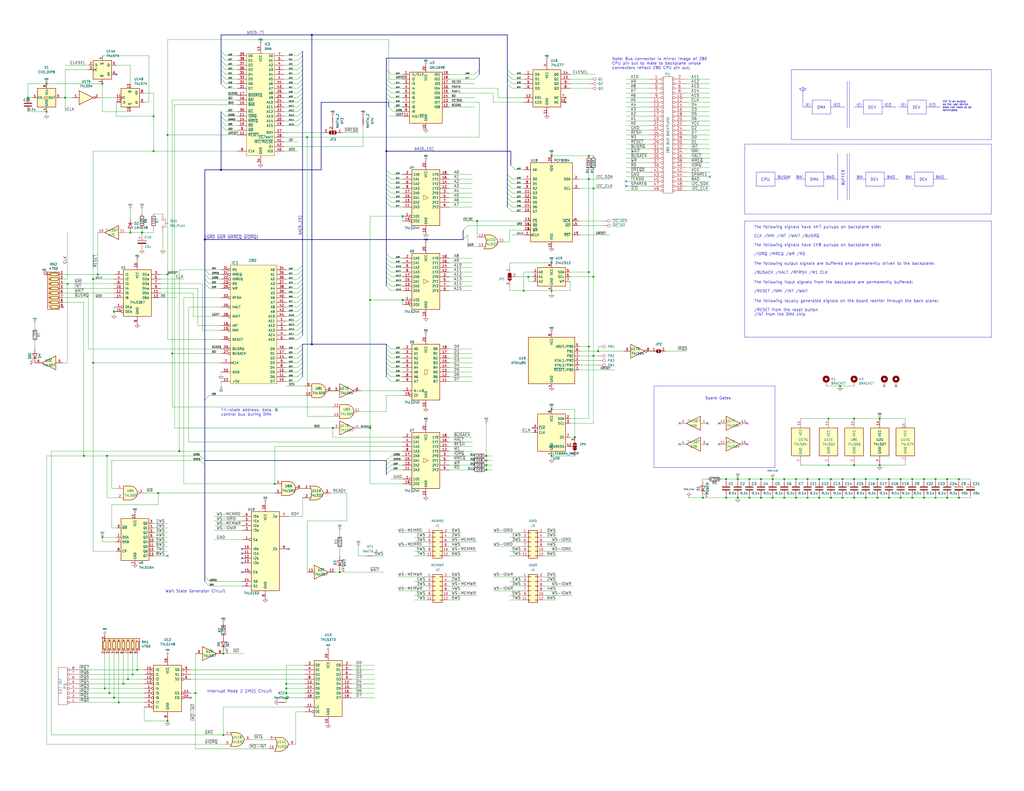
<source format=kicad_sch>
(kicad_sch (version 20230121) (generator eeschema)
  (paper "C")
  (junction (at 156.21 375.92))
  (junction (at 323.85 102.87))
  (junction (at 523.24 261.62))
  (junction (at 321.31 85.09))
  (junction (at 480.06 254))
  (junction (at 210.82 82.55))
  (junction (at 421.64 261.62))
  (junction (at 516.89 261.62))
  (junction (at 300.99 85.09))
  (junction (at 181.61 233.68))
  (junction (at 265.43 254))
  (junction (at 415.29 271.78))
  (junction (at 72.39 368.3))
  (junction (at 64.77 383.54))
  (junction (at 466.09 261.62))
  (junction (at 77.47 127))
  (junction (at 480.06 228.6))
  (junction (at 121.92 356.87))
  (junction (at 25.4 60.96))
  (junction (at 523.24 271.78))
  (junction (at 288.29 151.13))
  (junction (at 478.79 261.62))
  (junction (at 265.43 251.46))
  (junction (at 402.59 271.78))
  (junction (at 466.09 254))
  (junction (at 383.54 271.78))
  (junction (at 459.74 261.62))
  (junction (at 466.09 228.6))
  (junction (at 427.99 261.62))
  (junction (at 326.39 191.77))
  (junction (at 466.09 271.78))
  (junction (at 415.29 261.62))
  (junction (at 427.99 271.78))
  (junction (at 260.35 120.65))
  (junction (at 452.12 254))
  (junction (at 55.88 45.72))
  (junction (at 402.59 261.62))
  (junction (at 504.19 261.62))
  (junction (at 58.42 248.92))
  (junction (at 510.54 271.78))
  (junction (at 321.31 97.79))
  (junction (at 478.79 271.78))
  (junction (at 396.24 261.62))
  (junction (at 285.75 158.75))
  (junction (at 45.72 248.92))
  (junction (at 497.84 261.62))
  (junction (at 59.69 378.46))
  (junction (at 53.34 149.86))
  (junction (at 452.12 228.6))
  (junction (at 91.44 149.86))
  (junction (at 453.39 261.62))
  (junction (at 67.31 373.38))
  (junction (at 219.71 118.11))
  (junction (at 91.44 73.66))
  (junction (at 25.4 45.72))
  (junction (at 71.12 127))
  (junction (at 300.99 248.92))
  (junction (at 149.86 264.16))
  (junction (at 321.31 148.59))
  (junction (at 62.23 381))
  (junction (at 74.93 365.76))
  (junction (at 55.88 293.37))
  (junction (at 106.68 378.46))
  (junction (at 434.34 261.62))
  (junction (at 57.15 375.92))
  (junction (at 219.71 163.83))
  (junction (at 50.8 152.4))
  (junction (at 36.83 154.94))
  (junction (at 472.44 271.78))
  (junction (at 69.85 370.84))
  (junction (at 50.8 198.12))
  (junction (at 516.89 271.78))
  (junction (at 265.43 256.54))
  (junction (at 300.99 158.75))
  (junction (at 167.64 74.93))
  (junction (at 156.21 373.38))
  (junction (at 323.85 194.31))
  (junction (at 91.44 393.7))
  (junction (at 458.47 210.82))
  (junction (at 472.44 261.62))
  (junction (at 35.56 53.34))
  (junction (at 62.23 170.18))
  (junction (at 300.99 143.51))
  (junction (at 440.69 271.78))
  (junction (at 120.65 92.71))
  (junction (at 121.92 401.32))
  (junction (at 15.24 53.34))
  (junction (at 321.31 189.23))
  (junction (at 447.04 271.78))
  (junction (at 93.98 193.04))
  (junction (at 440.69 261.62))
  (junction (at 459.74 271.78))
  (junction (at 313.69 238.76))
  (junction (at 434.34 271.78))
  (junction (at 497.84 271.78))
  (junction (at 485.14 261.62))
  (junction (at 323.85 151.13))
  (junction (at 491.49 261.62))
  (junction (at 453.39 271.78))
  (junction (at 156.21 378.46))
  (junction (at 201.93 163.83))
  (junction (at 447.04 261.62))
  (junction (at 201.93 233.68))
  (junction (at 156.21 381))
  (junction (at 83.82 82.55))
  (junction (at 185.42 312.42))
  (junction (at 97.79 246.38))
  (junction (at 491.49 271.78))
  (junction (at 111.76 130.81))
  (junction (at 504.19 271.78))
  (junction (at 170.18 187.96))
  (junction (at 83.82 63.5))
  (junction (at 300.99 223.52))
  (junction (at 170.18 19.05))
  (junction (at 510.54 261.62))
  (junction (at 396.24 271.78))
  (junction (at 408.94 261.62))
  (junction (at 408.94 271.78))
  (junction (at 265.43 248.92))
  (junction (at 485.14 271.78))
  (junction (at 421.64 271.78))
  (junction (at 86.36 269.24))
  (no_connect (at 392.43 242.57))
  (no_connect (at 132.08 307.34))
  (no_connect (at 132.08 299.72))
  (no_connect (at 370.84 242.57))
  (no_connect (at 488.95 210.82))
  (no_connect (at 132.08 302.26))
  (no_connect (at 132.08 312.42))
  (no_connect (at 386.08 242.57))
  (no_connect (at 386.08 231.14))
  (no_connect (at 34.29 167.64))
  (no_connect (at 387.35 96.52))
  (no_connect (at 157.48 299.72))
  (no_connect (at 132.08 304.8))
  (no_connect (at 407.67 231.14))
  (no_connect (at 290.83 233.68))
  (no_connect (at 370.84 231.14))
  (no_connect (at 407.67 242.57))
  (no_connect (at 482.6 210.82))
  (no_connect (at 341.63 99.06))
  (no_connect (at 91.44 303.53))
  (no_connect (at 341.63 101.6))
  (no_connect (at 63.5 40.64))
  (no_connect (at 104.14 381))
  (no_connect (at 392.43 231.14))
  (bus_entry (at 114.3 149.86) (size -2.54 -2.54))
  (bus_entry (at 213.36 113.03) (size -2.54 -2.54))
  (bus_entry (at 276.86 107.95) (size 2.54 2.54))
  (bus_entry (at 213.36 107.95) (size -2.54 -2.54))
  (bus_entry (at 162.56 38.1) (size 2.54 -2.54))
  (bus_entry (at 210.82 259.08) (size 2.54 -2.54))
  (bus_entry (at 213.36 148.59) (size -2.54 -2.54))
  (bus_entry (at 162.56 60.96) (size 2.54 -2.54))
  (bus_entry (at 276.86 105.41) (size 2.54 2.54))
  (bus_entry (at 162.56 205.74) (size 2.54 -2.54))
  (bus_entry (at 114.3 154.94) (size -2.54 -2.54))
  (bus_entry (at 162.56 152.4) (size 2.54 -2.54))
  (bus_entry (at 162.56 40.64) (size 2.54 -2.54))
  (bus_entry (at 162.56 195.58) (size 2.54 -2.54))
  (bus_entry (at 162.56 203.2) (size 2.54 -2.54))
  (bus_entry (at 279.4 100.33) (size -2.54 -2.54))
  (bus_entry (at 162.56 33.02) (size 2.54 -2.54))
  (bus_entry (at 279.4 97.79) (size -2.54 -2.54))
  (bus_entry (at 213.36 50.8) (size -2.54 -2.54))
  (bus_entry (at 123.19 71.12) (size -2.54 -2.54))
  (bus_entry (at 213.36 158.75) (size -2.54 -2.54))
  (bus_entry (at 213.36 156.21) (size -2.54 -2.54))
  (bus_entry (at 213.36 95.25) (size -2.54 -2.54))
  (bus_entry (at 213.36 55.88) (size -2.54 -2.54))
  (bus_entry (at 162.56 45.72) (size 2.54 -2.54))
  (bus_entry (at 213.36 143.51) (size -2.54 -2.54))
  (bus_entry (at 279.4 40.64) (size -2.54 -2.54))
  (bus_entry (at 162.56 177.8) (size 2.54 -2.54))
  (bus_entry (at 114.3 157.48) (size -2.54 -2.54))
  (bus_entry (at 213.36 100.33) (size -2.54 -2.54))
  (bus_entry (at 162.56 165.1) (size 2.54 -2.54))
  (bus_entry (at 162.56 182.88) (size 2.54 -2.54))
  (bus_entry (at 252.73 125.73) (size 2.54 -2.54))
  (bus_entry (at 213.36 105.41) (size -2.54 -2.54))
  (bus_entry (at 162.56 208.28) (size 2.54 -2.54))
  (bus_entry (at 123.19 66.04) (size -2.54 -2.54))
  (bus_entry (at 162.56 200.66) (size 2.54 -2.54))
  (bus_entry (at 162.56 160.02) (size 2.54 -2.54))
  (bus_entry (at 114.3 152.4) (size -2.54 -2.54))
  (bus_entry (at 276.86 110.49) (size 2.54 2.54))
  (bus_entry (at 213.36 53.34) (size -2.54 -2.54))
  (bus_entry (at 210.82 251.46) (size 2.54 -2.54))
  (bus_entry (at 213.36 151.13) (size -2.54 -2.54))
  (bus_entry (at 213.36 110.49) (size -2.54 -2.54))
  (bus_entry (at 123.19 68.58) (size -2.54 -2.54))
  (bus_entry (at 162.56 190.5) (size 2.54 -2.54))
  (bus_entry (at 213.36 190.5) (size -2.54 -2.54))
  (bus_entry (at 111.76 317.5) (size 2.54 2.54))
  (bus_entry (at 210.82 254) (size 2.54 -2.54))
  (bus_entry (at 213.36 153.67) (size -2.54 -2.54))
  (bus_entry (at 213.36 140.97) (size -2.54 -2.54))
  (bus_entry (at 259.08 43.18) (size 2.54 -2.54))
  (bus_entry (at 259.08 40.64) (size 2.54 -2.54))
  (bus_entry (at 162.56 149.86) (size 2.54 -2.54))
  (bus_entry (at 123.19 33.02) (size -2.54 -2.54))
  (bus_entry (at 162.56 68.58) (size 2.54 -2.54))
  (bus_entry (at 210.82 256.54) (size 2.54 -2.54))
  (bus_entry (at 162.56 48.26) (size 2.54 -2.54))
  (bus_entry (at 162.56 193.04) (size 2.54 -2.54))
  (bus_entry (at 111.76 314.96) (size 2.54 2.54))
  (bus_entry (at 162.56 198.12) (size 2.54 -2.54))
  (bus_entry (at 213.36 205.74) (size -2.54 -2.54))
  (bus_entry (at 276.86 113.03) (size 2.54 2.54))
  (bus_entry (at 162.56 157.48) (size 2.54 -2.54))
  (bus_entry (at 213.36 200.66) (size -2.54 -2.54))
  (bus_entry (at 162.56 170.18) (size 2.54 -2.54))
  (bus_entry (at 162.56 175.26) (size 2.54 -2.54))
  (bus_entry (at 213.36 102.87) (size -2.54 -2.54))
  (bus_entry (at 214.63 60.96) (size -2.54 -2.54))
  (bus_entry (at 213.36 208.28) (size -2.54 -2.54))
  (bus_entry (at 281.305 92.71) (size -2.54 -2.54))
  (bus_entry (at 123.19 48.26) (size -2.54 -2.54))
  (bus_entry (at 213.36 40.64) (size -2.54 -2.54))
  (bus_entry (at 162.56 167.64) (size 2.54 -2.54))
  (bus_entry (at 123.19 45.72) (size -2.54 -2.54))
  (bus_entry (at 213.36 45.72) (size -2.54 -2.54))
  (bus_entry (at 162.56 53.34) (size 2.54 -2.54))
  (bus_entry (at 162.56 55.88) (size 2.54 -2.54))
  (bus_entry (at 213.36 146.05) (size -2.54 -2.54))
  (bus_entry (at 252.73 130.81) (size 2.54 -2.54))
  (bus_entry (at 279.4 43.18) (size -2.54 -2.54))
  (bus_entry (at 162.56 162.56) (size 2.54 -2.54))
  (bus_entry (at 162.56 63.5) (size 2.54 -2.54))
  (bus_entry (at 123.19 43.18) (size -2.54 -2.54))
  (bus_entry (at 276.86 102.87) (size 2.54 2.54))
  (bus_entry (at 276.86 100.33) (size 2.54 2.54))
  (bus_entry (at 123.19 63.5) (size -2.54 -2.54))
  (bus_entry (at 111.76 218.44) (size 2.54 -2.54))
  (bus_entry (at 123.19 30.48) (size -2.54 -2.54))
  (bus_entry (at 162.56 58.42) (size 2.54 -2.54))
  (bus_entry (at 162.56 180.34) (size 2.54 -2.54))
  (bus_entry (at 213.36 203.2) (size -2.54 -2.54))
  (bus_entry (at 109.22 251.46) (size 2.54 2.54))
  (bus_entry (at 162.56 185.42) (size 2.54 -2.54))
  (bus_entry (at 213.36 193.04) (size -2.54 -2.54))
  (bus_entry (at 162.56 35.56) (size 2.54 -2.54))
  (bus_entry (at 279.4 45.72) (size -2.54 -2.54))
  (bus_entry (at 109.22 248.92) (size 2.54 2.54))
  (bus_entry (at 213.36 97.79) (size -2.54 -2.54))
  (bus_entry (at 165.1 144.78) (size -2.54 2.54))
  (bus_entry (at 162.56 43.18) (size 2.54 -2.54))
  (bus_entry (at 162.56 172.72) (size 2.54 -2.54))
  (bus_entry (at 213.36 198.12) (size -2.54 -2.54))
  (bus_entry (at 279.4 48.26) (size -2.54 -2.54))
  (bus_entry (at 162.56 30.48) (size 2.54 -2.54))
  (bus_entry (at 162.56 66.04) (size 2.54 -2.54))
  (bus_entry (at 123.19 40.64) (size -2.54 -2.54))
  (bus_entry (at 123.19 38.1) (size -2.54 -2.54))
  (bus_entry (at 162.56 50.8) (size 2.54 -2.54))
  (bus_entry (at 162.56 154.94) (size 2.54 -2.54))
  (bus_entry (at 213.36 195.58) (size -2.54 -2.54))
  (bus_entry (at 123.19 35.56) (size -2.54 -2.54))
  (bus_entry (at 213.36 48.26) (size -2.54 -2.54))
  (polyline (pts (xy 412.75 99.06) (xy 412.75 93.98)))
  (bus (pts (xy 261.62 38.1) (xy 261.62 40.64)))
  (wire (pts (xy 129.54 45.72) (xy 123.19 45.72)))
  (wire (pts (xy 374.65 58.42) (xy 387.35 58.42)))
  (wire (pts (xy 383.54 271.78) (xy 396.24 271.78)))
  (polyline (pts (xy 541.02 116.84) (xy 406.4 116.84)))
  (wire (pts (xy 523.24 261.62) (xy 529.59 261.62)))
  (wire (pts (xy 316.23 199.39) (xy 326.39 199.39)))
  (wire (pts (xy 154.94 82.55) (xy 162.56 82.55)))
  (wire (pts (xy 167.64 74.93) (xy 167.64 227.33)))
  (wire (pts (xy 77.47 127) (xy 77.47 124.46)))
  (wire (pts (xy 34.29 152.4) (xy 36.83 152.4)))
  (wire (pts (xy 83.82 298.45) (xy 91.44 298.45)))
  (wire (pts (xy 69.85 356.87) (xy 69.85 370.84)))
  (wire (pts (xy 25.4 248.92) (xy 45.72 248.92)))
  (wire (pts (xy 219.71 97.79) (xy 213.36 97.79)))
  (wire (pts (xy 54.61 53.34) (xy 63.5 53.34)))
  (wire (pts (xy 25.4 406.4) (xy 25.4 248.92)))
  (wire (pts (xy 91.44 73.66) (xy 129.54 73.66)))
  (wire (pts (xy 129.54 43.18) (xy 123.19 43.18)))
  (bus (pts (xy 120.65 40.64) (xy 120.65 43.18)))
  (wire (pts (xy 504.19 270.51) (xy 504.19 271.78)))
  (wire (pts (xy 341.63 45.72) (xy 354.33 45.72)))
  (wire (pts (xy 35.56 53.34) (xy 35.56 60.96)))
  (bus (pts (xy 120.65 19.05) (xy 170.18 19.05)))
  (polyline (pts (xy 482.6 97.79) (xy 490.22 97.79)))
  (bus (pts (xy 210.82 82.55) (xy 278.765 82.55)))
  (wire (pts (xy 279.4 128.27) (xy 285.75 128.27)))
  (wire (pts (xy 77.47 137.16) (xy 77.47 135.89)))
  (wire (pts (xy 129.54 48.26) (xy 123.19 48.26)))
  (wire (pts (xy 48.26 162.56) (xy 48.26 190.5)))
  (wire (pts (xy 63.5 288.29) (xy 60.96 288.29)))
  (wire (pts (xy 245.11 246.38) (xy 257.81 246.38)))
  (wire (pts (xy 129.54 71.12) (xy 123.19 71.12)))
  (wire (pts (xy 120.65 152.4) (xy 114.3 152.4)))
  (wire (pts (xy 265.43 251.46) (xy 265.43 254)))
  (wire (pts (xy 245.11 208.28) (xy 257.81 208.28)))
  (polyline (pts (xy 499.11 99.06) (xy 499.11 101.6)))
  (polyline (pts (xy 505.46 58.42) (xy 513.08 58.42)))
  (wire (pts (xy 212.09 21.59) (xy 91.44 21.59)))
  (wire (pts (xy 93.98 193.04) (xy 93.98 54.61)))
  (wire (pts (xy 154.94 35.56) (xy 162.56 35.56)))
  (wire (pts (xy 491.49 261.62) (xy 497.84 261.62)))
  (wire (pts (xy 57.15 356.87) (xy 57.15 375.92)))
  (wire (pts (xy 300.99 158.75) (xy 285.75 158.75)))
  (wire (pts (xy 245.11 322.58) (xy 251.46 322.58)))
  (wire (pts (xy 55.88 295.91) (xy 63.5 295.91)))
  (wire (pts (xy 35.56 53.34) (xy 39.37 53.34)))
  (wire (pts (xy 154.94 30.48) (xy 162.56 30.48)))
  (wire (pts (xy 374.65 73.66) (xy 387.35 73.66)))
  (wire (pts (xy 516.89 261.62) (xy 523.24 261.62)))
  (wire (pts (xy 83.82 303.53) (xy 91.44 303.53)))
  (wire (pts (xy 87.63 157.48) (xy 107.95 157.48)))
  (wire (pts (xy 245.11 43.18) (xy 259.08 43.18)))
  (polyline (pts (xy 406.4 120.65) (xy 541.02 120.65)))
  (wire (pts (xy 374.65 63.5) (xy 387.35 63.5)))
  (wire (pts (xy 245.11 156.21) (xy 257.81 156.21)))
  (wire (pts (xy 185.42 292.1) (xy 185.42 289.56)))
  (wire (pts (xy 78.74 269.24) (xy 86.36 269.24)))
  (polyline (pts (xy 541.02 184.15) (xy 406.4 184.15)))
  (wire (pts (xy 154.94 55.88) (xy 162.56 55.88)))
  (wire (pts (xy 120.65 203.2) (xy 120.65 205.74)))
  (wire (pts (xy 78.74 386.08) (xy 78.74 393.7)))
  (wire (pts (xy 121.92 356.87) (xy 121.92 355.6)))
  (wire (pts (xy 87.63 149.86) (xy 91.44 149.86)))
  (polyline (pts (xy 453.39 58.42) (xy 461.01 58.42)))
  (wire (pts (xy 341.63 78.74) (xy 354.33 78.74)))
  (wire (pts (xy 83.82 290.83) (xy 91.44 290.83)))
  (wire (pts (xy 43.18 368.3) (xy 72.39 368.3)))
  (wire (pts (xy 219.71 107.95) (xy 213.36 107.95)))
  (wire (pts (xy 55.88 30.48) (xy 81.28 30.48)))
  (wire (pts (xy 36.83 127) (xy 36.83 152.4)))
  (wire (pts (xy 201.93 264.16) (xy 219.71 264.16)))
  (wire (pts (xy 447.04 261.62) (xy 447.04 262.89)))
  (wire (pts (xy 269.24 322.58) (xy 284.48 322.58)))
  (polyline (pts (xy 439.42 93.98) (xy 449.58 93.98)))
  (polyline (pts (xy 481.33 58.42) (xy 488.95 58.42)))
  (wire (pts (xy 279.4 113.03) (xy 285.75 113.03)))
  (bus (pts (xy 210.82 203.2) (xy 210.82 205.74)))
  (wire (pts (xy 77.47 127) (xy 83.82 127)))
  (wire (pts (xy 226.06 320.04) (xy 232.41 320.04)))
  (wire (pts (xy 25.4 45.72) (xy 55.88 45.72)))
  (wire (pts (xy 219.71 113.03) (xy 213.36 113.03)))
  (wire (pts (xy 43.18 383.54) (xy 64.77 383.54)))
  (wire (pts (xy 191.77 375.92) (xy 204.47 375.92)))
  (wire (pts (xy 494.03 228.6) (xy 494.03 231.14)))
  (wire (pts (xy 195.58 298.45) (xy 195.58 303.53)))
  (bus (pts (xy 165.1 43.18) (xy 165.1 45.72)))
  (wire (pts (xy 434.34 261.62) (xy 434.34 262.89)))
  (wire (pts (xy 191.77 370.84) (xy 204.47 370.84)))
  (bus (pts (xy 210.82 95.25) (xy 210.82 97.79)))
  (wire (pts (xy 316.23 196.85) (xy 326.39 196.85)))
  (wire (pts (xy 323.85 194.31) (xy 316.23 194.31)))
  (wire (pts (xy 279.4 102.87) (xy 285.75 102.87)))
  (wire (pts (xy 62.23 381) (xy 78.74 381)))
  (bus (pts (xy 210.82 254) (xy 210.82 256.54)))
  (bus (pts (xy 120.65 66.04) (xy 120.65 68.58)))
  (polyline (pts (xy 449.58 93.98) (xy 449.58 101.6)))
  (wire (pts (xy 219.71 50.8) (xy 213.36 50.8)))
  (wire (pts (xy 245.11 248.92) (xy 257.81 248.92)))
  (bus (pts (xy 120.65 19.05) (xy 120.65 27.94)))
  (wire (pts (xy 95.25 233.68) (xy 181.61 233.68)))
  (wire (pts (xy 129.54 33.02) (xy 123.19 33.02)))
  (wire (pts (xy 245.11 148.59) (xy 257.81 148.59)))
  (wire (pts (xy 78.74 393.7) (xy 91.44 393.7)))
  (wire (pts (xy 269.24 55.88) (xy 285.75 55.88)))
  (wire (pts (xy 341.63 43.18) (xy 354.33 43.18)))
  (wire (pts (xy 156.21 147.32) (xy 162.56 147.32)))
  (wire (pts (xy 252.73 120.65) (xy 260.35 120.65)))
  (bus (pts (xy 210.82 97.79) (xy 210.82 100.33)))
  (bus (pts (xy 120.65 35.56) (xy 120.65 38.1)))
  (wire (pts (xy 341.63 73.66) (xy 354.33 73.66)))
  (bus (pts (xy 210.82 195.58) (xy 210.82 198.12)))
  (wire (pts (xy 156.21 185.42) (xy 162.56 185.42)))
  (wire (pts (xy 245.11 203.2) (xy 257.81 203.2)))
  (wire (pts (xy 245.11 55.88) (xy 261.62 55.88)))
  (wire (pts (xy 374.65 83.82) (xy 387.35 83.82)))
  (wire (pts (xy 311.15 40.64) (xy 325.12 40.64)))
  (bus (pts (xy 210.82 48.26) (xy 210.82 50.8)))
  (wire (pts (xy 374.65 48.26) (xy 387.35 48.26)))
  (wire (pts (xy 245.11 48.26) (xy 271.78 48.26)))
  (wire (pts (xy 219.71 198.12) (xy 213.36 198.12)))
  (polyline (pts (xy 356.87 210.82) (xy 356.87 255.27)))
  (wire (pts (xy 48.26 190.5) (xy 120.65 190.5)))
  (wire (pts (xy 226.06 300.99) (xy 232.41 300.99)))
  (polyline (pts (xy 438.15 49.53) (xy 438.15 58.42)))
  (bus (pts (xy 165.1 193.04) (xy 165.1 195.58)))
  (wire (pts (xy 278.13 158.75) (xy 285.75 158.75)))
  (wire (pts (xy 154.94 58.42) (xy 162.56 58.42)))
  (wire (pts (xy 440.69 270.51) (xy 440.69 271.78)))
  (polyline (pts (xy 505.46 62.23) (xy 495.3 62.23)))
  (polyline (pts (xy 422.91 101.6) (xy 412.75 101.6)))
  (polyline (pts (xy 482.6 101.6) (xy 472.44 101.6)))
  (bus (pts (xy 210.82 53.34) (xy 210.82 82.55)))
  (wire (pts (xy 156.21 373.38) (xy 156.21 375.92)))
  (wire (pts (xy 341.63 55.88) (xy 354.33 55.88)))
  (wire (pts (xy 219.71 105.41) (xy 213.36 105.41)))
  (wire (pts (xy 269.24 298.45) (xy 284.48 298.45)))
  (wire (pts (xy 67.31 356.87) (xy 67.31 373.38)))
  (bus (pts (xy 210.82 38.1) (xy 210.82 43.18)))
  (wire (pts (xy 341.63 48.26) (xy 354.33 48.26)))
  (wire (pts (xy 374.65 60.96) (xy 387.35 60.96)))
  (bus (pts (xy 111.76 254) (xy 111.76 314.96)))
  (wire (pts (xy 156.21 193.04) (xy 162.56 193.04)))
  (wire (pts (xy 78.74 373.38) (xy 67.31 373.38)))
  (wire (pts (xy 93.98 54.61) (xy 129.54 54.61)))
  (bus (pts (xy 111.76 154.94) (xy 111.76 218.44)))
  (bus (pts (xy 165.1 45.72) (xy 165.1 48.26)))
  (wire (pts (xy 415.29 261.62) (xy 415.29 262.89)))
  (wire (pts (xy 226.06 317.5) (xy 232.41 317.5)))
  (wire (pts (xy 323.85 194.31) (xy 323.85 231.14)))
  (wire (pts (xy 87.63 154.94) (xy 110.49 154.94)))
  (wire (pts (xy 290.83 151.13) (xy 288.29 151.13)))
  (wire (pts (xy 245.11 254) (xy 257.81 254)))
  (wire (pts (xy 466.09 270.51) (xy 466.09 271.78)))
  (wire (pts (xy 284.48 236.22) (xy 290.83 236.22)))
  (polyline (pts (xy 449.58 97.79) (xy 457.2 97.79)))
  (wire (pts (xy 447.04 261.62) (xy 453.39 261.62)))
  (bus (pts (xy 165.1 180.34) (xy 165.1 182.88)))
  (wire (pts (xy 52.07 162.56) (xy 62.23 162.56)))
  (bus (pts (xy 276.86 100.33) (xy 276.86 102.87)))
  (polyline (pts (xy 453.39 62.23) (xy 443.23 62.23)))
  (wire (pts (xy 383.54 262.89) (xy 383.54 261.62)))
  (wire (pts (xy 19.05 190.5) (xy 19.05 186.69)))
  (wire (pts (xy 226.06 303.53) (xy 232.41 303.53)))
  (polyline (pts (xy 482.6 93.98) (xy 482.6 101.6)))
  (wire (pts (xy 156.21 172.72) (xy 162.56 172.72)))
  (bus (pts (xy 165.1 53.34) (xy 165.1 55.88)))
  (polyline (pts (xy 412.75 93.98) (xy 422.91 93.98)))
  (polyline (pts (xy 422.91 210.82) (xy 356.87 210.82)))
  (bus (pts (xy 276.86 102.87) (xy 276.86 105.41)))
  (wire (pts (xy 165.1 271.78) (xy 165.1 281.94)))
  (wire (pts (xy 156.21 203.2) (xy 162.56 203.2)))
  (wire (pts (xy 341.63 63.5) (xy 354.33 63.5)))
  (wire (pts (xy 278.13 303.53) (xy 284.48 303.53)))
  (wire (pts (xy 57.15 375.92) (xy 78.74 375.92)))
  (wire (pts (xy 189.23 269.24) (xy 189.23 284.48)))
  (wire (pts (xy 149.86 264.16) (xy 149.86 243.84)))
  (bus (pts (xy 165.1 195.58) (xy 165.1 198.12)))
  (bus (pts (xy 120.65 27.94) (xy 120.65 30.48)))
  (wire (pts (xy 62.23 170.18) (xy 62.23 172.72)))
  (polyline (pts (xy 406.4 78.74) (xy 406.4 116.84)))
  (wire (pts (xy 278.13 125.73) (xy 278.13 132.08)))
  (wire (pts (xy 245.11 107.95) (xy 257.81 107.95)))
  (wire (pts (xy 374.65 55.88) (xy 387.35 55.88)))
  (wire (pts (xy 297.18 317.5) (xy 303.53 317.5)))
  (wire (pts (xy 326.39 189.23) (xy 326.39 191.77)))
  (wire (pts (xy 219.71 208.28) (xy 213.36 208.28)))
  (wire (pts (xy 321.31 97.79) (xy 334.01 97.79)))
  (wire (pts (xy 245.11 140.97) (xy 257.81 140.97)))
  (wire (pts (xy 383.54 261.62) (xy 386.08 261.62)))
  (wire (pts (xy 245.11 158.75) (xy 257.81 158.75)))
  (bus (pts (xy 261.62 31.75) (xy 261.62 38.1)))
  (wire (pts (xy 245.11 256.54) (xy 257.81 256.54)))
  (wire (pts (xy 110.49 154.94) (xy 110.49 180.34)))
  (wire (pts (xy 154.94 72.39) (xy 176.53 72.39)))
  (wire (pts (xy 185.42 303.53) (xy 185.42 299.72)))
  (wire (pts (xy 374.65 99.06) (xy 387.35 99.06)))
  (wire (pts (xy 341.63 101.6) (xy 354.33 101.6)))
  (wire (pts (xy 43.18 375.92) (xy 57.15 375.92)))
  (polyline (pts (xy 434.34 97.79) (xy 439.42 97.79)))
  (wire (pts (xy 402.59 261.62) (xy 408.94 261.62)))
  (bus (pts (xy 165.1 48.26) (xy 165.1 50.8)))
  (wire (pts (xy 245.11 58.42) (xy 259.08 58.42)))
  (wire (pts (xy 219.71 153.67) (xy 213.36 153.67)))
  (wire (pts (xy 100.33 162.56) (xy 120.65 162.56)))
  (wire (pts (xy 156.21 200.66) (xy 162.56 200.66)))
  (bus (pts (xy 276.86 107.95) (xy 276.86 110.49)))
  (wire (pts (xy 415.29 271.78) (xy 421.64 271.78)))
  (wire (pts (xy 288.29 153.67) (xy 290.83 153.67)))
  (polyline (pts (xy 481.33 62.23) (xy 471.17 62.23)))
  (polyline (pts (xy 412.75 99.06) (xy 412.75 101.6)))
  (bus (pts (xy 165.1 30.48) (xy 165.1 33.02)))
  (wire (pts (xy 219.71 156.21) (xy 213.36 156.21)))
  (wire (pts (xy 58.42 248.92) (xy 109.22 248.92)))
  (wire (pts (xy 124.46 52.07) (xy 129.54 52.07)))
  (wire (pts (xy 60.96 251.46) (xy 60.96 266.7)))
  (polyline (pts (xy 457.2 83.82) (xy 457.2 109.22)))
  (bus (pts (xy 210.82 187.96) (xy 210.82 190.5)))
  (wire (pts (xy 297.18 295.91) (xy 312.42 295.91)))
  (wire (pts (xy 63.5 35.56) (xy 71.12 35.56)))
  (wire (pts (xy 219.71 60.96) (xy 214.63 60.96)))
  (wire (pts (xy 83.82 293.37) (xy 91.44 293.37)))
  (wire (pts (xy 415.29 270.51) (xy 415.29 271.78)))
  (wire (pts (xy 83.82 82.55) (xy 129.54 82.55)))
  (polyline (pts (xy 509.27 93.98) (xy 509.27 101.6)))
  (bus (pts (xy 120.65 60.96) (xy 120.65 63.5)))
  (bus (pts (xy 210.82 140.97) (xy 210.82 143.51)))
  (wire (pts (xy 245.11 146.05) (xy 257.81 146.05)))
  (wire (pts (xy 156.21 162.56) (xy 162.56 162.56)))
  (wire (pts (xy 217.17 298.45) (xy 232.41 298.45)))
  (wire (pts (xy 374.65 86.36) (xy 387.35 86.36)))
  (polyline (pts (xy 495.3 59.69) (xy 495.3 62.23)))
  (wire (pts (xy 219.71 193.04) (xy 213.36 193.04)))
  (bus (pts (xy 210.82 193.04) (xy 210.82 195.58)))
  (wire (pts (xy 323.85 92.71) (xy 323.85 102.87)))
  (bus (pts (xy 165.1 162.56) (xy 165.1 165.1)))
  (wire (pts (xy 453.39 261.62) (xy 453.39 262.89)))
  (wire (pts (xy 15.24 60.96) (xy 25.4 60.96)))
  (wire (pts (xy 383.54 270.51) (xy 383.54 271.78)))
  (wire (pts (xy 374.65 76.2) (xy 387.35 76.2)))
  (wire (pts (xy 321.31 189.23) (xy 321.31 228.6)))
  (wire (pts (xy 485.14 271.78) (xy 491.49 271.78)))
  (wire (pts (xy 497.84 271.78) (xy 504.19 271.78)))
  (wire (pts (xy 50.8 198.12) (xy 120.65 198.12)))
  (wire (pts (xy 300.99 158.75) (xy 300.99 161.29)))
  (wire (pts (xy 95.25 57.15) (xy 95.25 233.68)))
  (wire (pts (xy 25.4 406.4) (xy 121.92 406.4)))
  (wire (pts (xy 67.31 373.38) (xy 43.18 373.38)))
  (wire (pts (xy 217.17 314.96) (xy 232.41 314.96)))
  (wire (pts (xy 402.59 271.78) (xy 408.94 271.78)))
  (wire (pts (xy 341.63 68.58) (xy 354.33 68.58)))
  (wire (pts (xy 245.11 298.45) (xy 251.46 298.45)))
  (wire (pts (xy 100.33 264.16) (xy 149.86 264.16)))
  (wire (pts (xy 62.23 167.64) (xy 62.23 170.18)))
  (wire (pts (xy 83.82 124.46) (xy 83.82 127)))
  (wire (pts (xy 34.29 157.48) (xy 62.23 157.48)))
  (wire (pts (xy 453.39 270.51) (xy 453.39 271.78)))
  (wire (pts (xy 316.23 123.19) (xy 328.93 123.19)))
  (bus (pts (xy 165.1 66.04) (xy 165.1 144.78)))
  (wire (pts (xy 265.43 231.14) (xy 265.43 248.92)))
  (polyline (pts (xy 541.02 120.65) (xy 541.02 184.15)))
  (wire (pts (xy 219.71 102.87) (xy 213.36 102.87)))
  (wire (pts (xy 83.82 63.5) (xy 83.82 82.55)))
  (wire (pts (xy 154.94 33.02) (xy 162.56 33.02)))
  (wire (pts (xy 321.31 189.23) (xy 316.23 189.23)))
  (bus (pts (xy 210.82 251.46) (xy 111.76 251.46)))
  (wire (pts (xy 311.15 45.72) (xy 321.31 45.72)))
  (bus (pts (xy 210.82 190.5) (xy 210.82 193.04)))
  (wire (pts (xy 316.23 191.77) (xy 326.39 191.77)))
  (wire (pts (xy 323.85 102.87) (xy 323.85 151.13)))
  (wire (pts (xy 154.94 77.47) (xy 162.56 77.47)))
  (wire (pts (xy 116.84 294.64) (xy 132.08 294.64)))
  (wire (pts (xy 415.29 261.62) (xy 421.64 261.62)))
  (wire (pts (xy 452.12 254) (xy 466.09 254)))
  (wire (pts (xy 156.21 375.92) (xy 166.37 375.92)))
  (wire (pts (xy 311.15 48.26) (xy 321.31 48.26)))
  (wire (pts (xy 226.06 327.66) (xy 232.41 327.66)))
  (wire (pts (xy 459.74 271.78) (xy 466.09 271.78)))
  (wire (pts (xy 219.71 95.25) (xy 213.36 95.25)))
  (wire (pts (xy 436.88 228.6) (xy 452.12 228.6)))
  (wire (pts (xy 213.36 251.46) (xy 219.71 251.46)))
  (wire (pts (xy 297.18 325.12) (xy 312.42 325.12)))
  (wire (pts (xy 219.71 55.88) (xy 213.36 55.88)))
  (wire (pts (xy 212.09 43.18) (xy 219.71 43.18)))
  (wire (pts (xy 245.11 50.8) (xy 269.24 50.8)))
  (wire (pts (xy 34.29 162.56) (xy 48.26 162.56)))
  (wire (pts (xy 156.21 149.86) (xy 162.56 149.86)))
  (wire (pts (xy 472.44 261.62) (xy 478.79 261.62)))
  (wire (pts (xy 458.47 210.82) (xy 466.09 210.82)))
  (wire (pts (xy 185.42 312.42) (xy 209.55 312.42)))
  (bus (pts (xy 210.82 50.8) (xy 210.82 53.34)))
  (wire (pts (xy 15.24 45.72) (xy 25.4 45.72)))
  (wire (pts (xy 217.17 290.83) (xy 232.41 290.83)))
  (polyline (pts (xy 436.88 49.53) (xy 439.42 49.53)))
  (bus (pts (xy 210.82 31.75) (xy 210.82 38.1)))
  (wire (pts (xy 510.54 261.62) (xy 510.54 262.89)))
  (wire (pts (xy 154.94 63.5) (xy 162.56 63.5)))
  (wire (pts (xy 278.13 156.21) (xy 278.13 158.75)))
  (wire (pts (xy 83.82 82.55) (xy 50.8 82.55)))
  (wire (pts (xy 199.39 303.53) (xy 195.58 303.53)))
  (wire (pts (xy 191.77 378.46) (xy 204.47 378.46)))
  (wire (pts (xy 480.06 254) (xy 494.03 254)))
  (wire (pts (xy 271.78 53.34) (xy 285.75 53.34)))
  (wire (pts (xy 191.77 365.76) (xy 204.47 365.76)))
  (wire (pts (xy 341.63 50.8) (xy 354.33 50.8)))
  (wire (pts (xy 154.94 45.72) (xy 162.56 45.72)))
  (wire (pts (xy 95.25 57.15) (xy 129.54 57.15)))
  (wire (pts (xy 36.83 154.94) (xy 62.23 154.94)))
  (wire (pts (xy 86.36 269.24) (xy 149.86 269.24)))
  (wire (pts (xy 288.29 151.13) (xy 288.29 153.67)))
  (wire (pts (xy 156.21 198.12) (xy 162.56 198.12)))
  (polyline (pts (xy 541.02 38.1) (xy 541.02 76.2)))
  (wire (pts (xy 278.13 143.51) (xy 300.99 143.51)))
  (wire (pts (xy 81.28 55.88) (xy 78.74 55.88)))
  (wire (pts (xy 300.99 85.09) (xy 321.31 85.09)))
  (wire (pts (xy 297.18 322.58) (xy 303.53 322.58)))
  (wire (pts (xy 219.71 120.65) (xy 219.71 118.11)))
  (wire (pts (xy 261.62 74.93) (xy 261.62 55.88)))
  (wire (pts (xy 105.41 172.72) (xy 120.65 172.72)))
  (wire (pts (xy 321.31 85.09) (xy 323.85 85.09)))
  (wire (pts (xy 494.03 254) (xy 494.03 251.46)))
  (bus (pts (xy 165.1 149.86) (xy 165.1 152.4)))
  (polyline (pts (xy 481.33 54.61) (xy 481.33 62.23)))
  (bus (pts (xy 276.86 110.49) (xy 276.86 113.03)))
  (wire (pts (xy 74.93 365.76) (xy 78.74 365.76)))
  (polyline (pts (xy 463.55 44.45) (xy 463.55 69.85)))
  (wire (pts (xy 104.14 378.46) (xy 106.68 378.46)))
  (wire (pts (xy 116.84 289.56) (xy 132.08 289.56)))
  (bus (pts (xy 165.1 33.02) (xy 165.1 35.56)))
  (polyline (pts (xy 422.91 93.98) (xy 422.91 101.6)))
  (wire (pts (xy 321.31 92.71) (xy 321.31 97.79)))
  (wire (pts (xy 245.11 113.03) (xy 257.81 113.03)))
  (wire (pts (xy 156.21 210.82) (xy 166.37 210.82)))
  (wire (pts (xy 245.11 143.51) (xy 257.81 143.51)))
  (wire (pts (xy 323.85 151.13) (xy 311.15 151.13)))
  (wire (pts (xy 156.21 381) (xy 156.21 383.54)))
  (bus (pts (xy 165.1 147.32) (xy 165.1 149.86)))
  (wire (pts (xy 323.85 151.13) (xy 323.85 194.31)))
  (wire (pts (xy 156.21 165.1) (xy 162.56 165.1)))
  (wire (pts (xy 341.63 66.04) (xy 354.33 66.04)))
  (wire (pts (xy 529.59 261.62) (xy 529.59 262.89)))
  (wire (pts (xy 265.43 254) (xy 268.605 254)))
  (wire (pts (xy 436.88 254) (xy 452.12 254)))
  (wire (pts (xy 219.71 190.5) (xy 213.36 190.5)))
  (wire (pts (xy 245.11 95.25) (xy 257.81 95.25)))
  (wire (pts (xy 156.21 182.88) (xy 162.56 182.88)))
  (wire (pts (xy 104.14 370.84) (xy 166.37 370.84)))
  (wire (pts (xy 459.74 261.62) (xy 466.09 261.62)))
  (wire (pts (xy 210.82 224.79) (xy 210.82 215.9)))
  (wire (pts (xy 427.99 270.51) (xy 427.99 271.78)))
  (wire (pts (xy 374.65 91.44) (xy 387.35 91.44)))
  (wire (pts (xy 156.21 167.64) (xy 162.56 167.64)))
  (bus (pts (xy 210.82 102.87) (xy 210.82 105.41)))
  (wire (pts (xy 191.77 363.22) (xy 204.47 363.22)))
  (wire (pts (xy 219.71 163.83) (xy 201.93 163.83)))
  (wire (pts (xy 212.09 21.59) (xy 212.09 43.18)))
  (wire (pts (xy 393.7 261.62) (xy 396.24 261.62)))
  (wire (pts (xy 154.94 40.64) (xy 162.56 40.64)))
  (wire (pts (xy 341.63 60.96) (xy 354.33 60.96)))
  (wire (pts (xy 245.11 193.04) (xy 257.81 193.04)))
  (wire (pts (xy 35.56 35.56) (xy 48.26 35.56)))
  (wire (pts (xy 219.71 58.42) (xy 214.63 58.42)))
  (wire (pts (xy 204.47 303.53) (xy 209.55 303.53)))
  (wire (pts (xy 402.59 261.62) (xy 402.59 262.89)))
  (wire (pts (xy 71.12 35.56) (xy 71.12 45.72)))
  (bus (pts (xy 165.1 203.2) (xy 165.1 205.74)))
  (wire (pts (xy 269.24 314.96) (xy 284.48 314.96)))
  (wire (pts (xy 285.75 97.79) (xy 279.4 97.79)))
  (wire (pts (xy 154.94 43.18) (xy 162.56 43.18)))
  (wire (pts (xy 245.11 40.64) (xy 259.08 40.64)))
  (wire (pts (xy 191.77 373.38) (xy 204.47 373.38)))
  (bus (pts (xy 111.76 92.71) (xy 120.65 92.71)))
  (wire (pts (xy 35.56 38.1) (xy 48.26 38.1)))
  (wire (pts (xy 504.19 261.62) (xy 510.54 261.62)))
  (polyline (pts (xy 509.27 97.79) (xy 516.89 97.79)))
  (bus (pts (xy 165.1 58.42) (xy 165.1 60.96)))
  (wire (pts (xy 156.21 170.18) (xy 162.56 170.18)))
  (wire (pts (xy 278.13 295.91) (xy 284.48 295.91)))
  (wire (pts (xy 278.13 300.99) (xy 284.48 300.99)))
  (wire (pts (xy 440.69 271.78) (xy 447.04 271.78)))
  (wire (pts (xy 297.18 327.66) (xy 303.53 327.66)))
  (bus (pts (xy 111.76 218.44) (xy 111.76 251.46)))
  (polyline (pts (xy 406.4 78.74) (xy 541.02 78.74)))
  (wire (pts (xy 245.11 241.3) (xy 257.81 241.3)))
  (wire (pts (xy 137.16 403.86) (xy 146.05 403.86)))
  (wire (pts (xy 466.09 271.78) (xy 472.44 271.78)))
  (wire (pts (xy 321.31 148.59) (xy 311.15 148.59)))
  (wire (pts (xy 156.21 381) (xy 166.37 381)))
  (wire (pts (xy 491.49 261.62) (xy 491.49 262.89)))
  (bus (pts (xy 276.86 97.79) (xy 276.86 100.33)))
  (wire (pts (xy 191.77 368.3) (xy 204.47 368.3)))
  (wire (pts (xy 116.84 281.94) (xy 132.08 281.94)))
  (wire (pts (xy 219.71 140.97) (xy 213.36 140.97)))
  (wire (pts (xy 219.71 143.51) (xy 213.36 143.51)))
  (wire (pts (xy 181.61 227.33) (xy 167.64 227.33)))
  (bus (pts (xy 120.65 63.5) (xy 120.65 66.04)))
  (wire (pts (xy 516.89 270.51) (xy 516.89 271.78)))
  (wire (pts (xy 129.54 30.48) (xy 123.19 30.48)))
  (wire (pts (xy 279.4 107.95) (xy 285.75 107.95)))
  (wire (pts (xy 316.23 128.27) (xy 332.74 128.27)))
  (wire (pts (xy 245.11 200.66) (xy 257.81 200.66)))
  (polyline (pts (xy 466.09 58.42) (xy 471.17 58.42)))
  (wire (pts (xy 107.95 177.8) (xy 120.65 177.8)))
  (bus (pts (xy 276.86 105.41) (xy 276.86 107.95)))
  (wire (pts (xy 326.39 191.77) (xy 340.36 191.77)))
  (wire (pts (xy 472.44 262.89) (xy 472.44 261.62)))
  (polyline (pts (xy 472.44 93.98) (xy 482.6 93.98)))
  (wire (pts (xy 497.84 261.62) (xy 504.19 261.62)))
  (wire (pts (xy 15.24 45.72) (xy 15.24 53.34)))
  (wire (pts (xy 297.18 298.45) (xy 303.53 298.45)))
  (wire (pts (xy 102.87 167.64) (xy 102.87 241.3)))
  (wire (pts (xy 341.63 58.42) (xy 354.33 58.42)))
  (wire (pts (xy 245.11 314.96) (xy 251.46 314.96)))
  (bus (pts (xy 165.1 154.94) (xy 165.1 157.48)))
  (wire (pts (xy 181.61 233.68) (xy 181.61 238.76)))
  (wire (pts (xy 91.44 21.59) (xy 91.44 73.66)))
  (wire (pts (xy 189.23 284.48) (xy 167.64 284.48)))
  (bus (pts (xy 120.65 43.18) (xy 120.65 45.72)))
  (polyline (pts (xy 439.42 99.06) (xy 439.42 93.98)))
  (wire (pts (xy 245.11 295.91) (xy 260.35 295.91)))
  (polyline (pts (xy 406.4 120.65) (xy 406.4 184.15)))
  (wire (pts (xy 219.71 110.49) (xy 213.36 110.49)))
  (bus (pts (xy 111.76 314.96) (xy 111.76 317.5)))
  (wire (pts (xy 156.21 378.46) (xy 156.21 381)))
  (polyline (pts (xy 439.42 99.06) (xy 439.42 101.6)))
  (wire (pts (xy 485.14 262.89) (xy 485.14 261.62)))
  (wire (pts (xy 165.1 281.94) (xy 157.48 281.94)))
  (wire (pts (xy 341.63 91.44) (xy 354.33 91.44)))
  (wire (pts (xy 434.34 270.51) (xy 434.34 271.78)))
  (wire (pts (xy 313.69 238.76) (xy 311.15 238.76)))
  (wire (pts (xy 269.24 290.83) (xy 284.48 290.83)))
  (wire (pts (xy 421.64 261.62) (xy 427.99 261.62)))
  (wire (pts (xy 201.93 118.11) (xy 201.93 163.83)))
  (bus (pts (xy 111.76 251.46) (xy 111.76 254)))
  (wire (pts (xy 472.44 271.78) (xy 472.44 270.51)))
  (bus (pts (xy 170.18 19.05) (xy 276.86 19.05)))
  (wire (pts (xy 341.63 76.2) (xy 354.33 76.2)))
  (wire (pts (xy 27.94 401.32) (xy 27.94 246.38)))
  (polyline (pts (xy 509.27 101.6) (xy 499.11 101.6)))
  (bus (pts (xy 212.09 55.88) (xy 212.09 58.42)))
  (wire (pts (xy 523.24 270.51) (xy 523.24 271.78)))
  (wire (pts (xy 245.11 110.49) (xy 257.81 110.49)))
  (wire (pts (xy 374.65 78.74) (xy 387.35 78.74)))
  (bus (pts (xy 210.82 82.55) (xy 210.82 92.71)))
  (wire (pts (xy 219.71 200.66) (xy 213.36 200.66)))
  (wire (pts (xy 50.8 300.99) (xy 63.5 300.99)))
  (wire (pts (xy 245.11 53.34) (xy 259.08 53.34)))
  (wire (pts (xy 156.21 180.34) (xy 162.56 180.34)))
  (wire (pts (xy 102.87 241.3) (xy 219.71 241.3)))
  (wire (pts (xy 219.71 166.37) (xy 219.71 163.83)))
  (wire (pts (xy 91.44 393.7) (xy 91.44 394.97)))
  (wire (pts (xy 129.54 40.64) (xy 123.19 40.64)))
  (bus (pts (xy 165.1 160.02) (xy 165.1 162.56)))
  (wire (pts (xy 285.75 48.26) (xy 279.4 48.26)))
  (wire (pts (xy 106.68 356.87) (xy 106.68 378.46)))
  (wire (pts (xy 374.65 50.8) (xy 387.35 50.8)))
  (wire (pts (xy 374.65 43.18) (xy 387.35 43.18)))
  (wire (pts (xy 278.13 327.66) (xy 284.48 327.66)))
  (bus (pts (xy 212.09 55.88) (xy 175.26 55.88)))
  (wire (pts (xy 447.04 271.78) (xy 453.39 271.78)))
  (bus (pts (xy 120.65 33.02) (xy 120.65 35.56)))
  (bus (pts (xy 210.82 251.46) (xy 210.82 254)))
  (wire (pts (xy 156.21 154.94) (xy 162.56 154.94)))
  (bus (pts (xy 210.82 151.13) (xy 210.82 153.67)))
  (wire (pts (xy 60.96 288.29) (xy 60.96 275.59)))
  (bus (pts (xy 165.1 187.96) (xy 165.1 190.5)))
  (wire (pts (xy 480.06 228.6) (xy 494.03 228.6)))
  (wire (pts (xy 156.21 363.22) (xy 156.21 373.38)))
  (wire (pts (xy 156.21 205.74) (xy 162.56 205.74)))
  (wire (pts (xy 104.14 365.76) (xy 166.37 365.76)))
  (wire (pts (xy 129.54 60.96) (xy 123.19 60.96)))
  (wire (pts (xy 255.27 134.62) (xy 260.35 134.62)))
  (wire (pts (xy 321.31 148.59) (xy 321.31 189.23)))
  (bus (pts (xy 111.76 154.94) (xy 111.76 152.4)))
  (wire (pts (xy 114.3 215.9) (xy 166.37 215.9)))
  (wire (pts (xy 285.75 40.64) (xy 279.4 40.64)))
  (wire (pts (xy 323.85 102.87) (xy 334.01 102.87)))
  (wire (pts (xy 297.18 300.99) (xy 312.42 300.99)))
  (wire (pts (xy 321.31 97.79) (xy 321.31 148.59)))
  (wire (pts (xy 129.54 66.04) (xy 123.19 66.04)))
  (wire (pts (xy 374.65 45.72) (xy 387.35 45.72)))
  (wire (pts (xy 129.54 38.1) (xy 123.19 38.1)))
  (wire (pts (xy 154.94 68.58) (xy 162.56 68.58)))
  (wire (pts (xy 421.64 271.78) (xy 427.99 271.78)))
  (wire (pts (xy 529.59 270.51) (xy 529.59 271.78)))
  (wire (pts (xy 374.65 104.14) (xy 387.35 104.14)))
  (wire (pts (xy 466.09 262.89) (xy 466.09 261.62)))
  (wire (pts (xy 374.65 53.34) (xy 387.35 53.34)))
  (bus (pts (xy 175.26 55.88) (xy 175.26 92.71)))
  (wire (pts (xy 97.79 147.32) (xy 111.76 147.32)))
  (wire (pts (xy 300.99 248.92) (xy 313.69 248.92)))
  (bus (pts (xy 276.86 46.355) (xy 276.86 95.25)))
  (wire (pts (xy 374.65 81.28) (xy 387.35 81.28)))
  (bus (pts (xy 276.86 38.1) (xy 276.86 40.64)))
  (wire (pts (xy 114.3 320.04) (xy 132.08 320.04)))
  (wire (pts (xy 154.94 80.01) (xy 198.12 80.01)))
  (wire (pts (xy 245.11 317.5) (xy 251.46 317.5)))
  (wire (pts (xy 166.37 388.62) (xy 161.29 388.62)))
  (wire (pts (xy 154.94 74.93) (xy 167.64 74.93)))
  (polyline (pts (xy 356.87 255.27) (xy 422.91 255.27)))
  (wire (pts (xy 50.8 82.55) (xy 50.8 152.4)))
  (bus (pts (xy 210.82 43.18) (xy 210.82 45.72)))
  (polyline (pts (xy 495.3 54.61) (xy 505.46 54.61)))
  (wire (pts (xy 341.63 96.52) (xy 354.33 96.52)))
  (bus (pts (xy 120.65 38.1) (xy 120.65 40.64)))
  (wire (pts (xy 107.95 157.48) (xy 107.95 177.8)))
  (wire (pts (xy 213.36 256.54) (xy 219.71 256.54)))
  (wire (pts (xy 180.34 269.24) (xy 189.23 269.24)))
  (bus (pts (xy 165.1 165.1) (xy 165.1 167.64)))
  (wire (pts (xy 154.94 53.34) (xy 162.56 53.34)))
  (polyline (pts (xy 438.15 58.42) (xy 443.23 58.42)))
  (wire (pts (xy 219.71 246.38) (xy 97.79 246.38)))
  (wire (pts (xy 497.84 261.62) (xy 497.84 262.89)))
  (wire (pts (xy 504.19 271.78) (xy 510.54 271.78)))
  (wire (pts (xy 497.84 270.51) (xy 497.84 271.78)))
  (bus (pts (xy 276.86 40.64) (xy 276.86 43.18)))
  (wire (pts (xy 167.64 74.93) (xy 261.62 74.93)))
  (wire (pts (xy 110.49 180.34) (xy 120.65 180.34)))
  (wire (pts (xy 480.06 254) (xy 480.06 255.27)))
  (wire (pts (xy 185.42 311.15) (xy 185.42 312.42)))
  (wire (pts (xy 311.15 231.14) (xy 323.85 231.14)))
  (wire (pts (xy 269.24 50.8) (xy 269.24 55.88)))
  (wire (pts (xy 523.24 271.78) (xy 529.59 271.78)))
  (bus (pts (xy 210.82 45.72) (xy 210.82 48.26)))
  (wire (pts (xy 297.18 303.53) (xy 303.53 303.53)))
  (wire (pts (xy 374.65 93.98) (xy 387.35 93.98)))
  (bus (pts (xy 210.82 143.51) (xy 210.82 146.05)))
  (bus (pts (xy 165.1 187.96) (xy 170.18 187.96)))
  (wire (pts (xy 60.96 251.46) (xy 109.22 251.46)))
  (wire (pts (xy 408.94 261.62) (xy 408.94 262.89)))
  (wire (pts (xy 278.13 146.05) (xy 278.13 143.51)))
  (wire (pts (xy 87.63 152.4) (xy 100.33 152.4)))
  (wire (pts (xy 45.72 248.92) (xy 58.42 248.92)))
  (wire (pts (xy 167.64 284.48) (xy 167.64 312.42)))
  (wire (pts (xy 297.18 293.37) (xy 303.53 293.37)))
  (bus (pts (xy 165.1 50.8) (xy 165.1 53.34)))
  (wire (pts (xy 341.63 81.28) (xy 354.33 81.28)))
  (wire (pts (xy 78.74 370.84) (xy 69.85 370.84)))
  (wire (pts (xy 34.29 149.86) (xy 53.34 149.86)))
  (wire (pts (xy 300.99 248.92) (xy 300.99 251.46)))
  (wire (pts (xy 265.43 248.92) (xy 268.605 248.92)))
  (wire (pts (xy 341.63 93.98) (xy 354.33 93.98)))
  (wire (pts (xy 58.42 271.78) (xy 63.5 271.78)))
  (wire (pts (xy 478.79 262.89) (xy 478.79 261.62)))
  (wire (pts (xy 226.06 293.37) (xy 232.41 293.37)))
  (wire (pts (xy 408.94 270.51) (xy 408.94 271.78)))
  (wire (pts (xy 87.63 160.02) (xy 105.41 160.02)))
  (wire (pts (xy 93.98 222.25) (xy 93.98 193.04)))
  (wire (pts (xy 281.94 151.13) (xy 288.29 151.13)))
  (wire (pts (xy 121.92 401.32) (xy 121.92 386.08)))
  (wire (pts (xy 53.34 149.86) (xy 53.34 127)))
  (wire (pts (xy 219.71 151.13) (xy 213.36 151.13)))
  (polyline (pts (xy 449.58 101.6) (xy 439.42 101.6)))
  (wire (pts (xy 78.74 50.8) (xy 83.82 50.8)))
  (bus (pts (xy 210.82 92.71) (xy 210.82 95.25)))
  (polyline (pts (xy 443.23 59.69) (xy 443.23 62.23)))
  (wire (pts (xy 129.54 68.58) (xy 123.19 68.58)))
  (wire (pts (xy 434.34 261.62) (xy 440.69 261.62)))
  (polyline (pts (xy 490.22 58.42) (xy 495.3 58.42)))
  (bus (pts (xy 165.1 152.4) (xy 165.1 154.94)))
  (wire (pts (xy 450.85 210.82) (xy 458.47 210.82)))
  (bus (pts (xy 120.65 68.58) (xy 120.65 92.71)))
  (wire (pts (xy 341.63 88.9) (xy 354.33 88.9)))
  (wire (pts (xy 326.39 194.31) (xy 323.85 194.31)))
  (polyline (pts (xy 462.28 83.82) (xy 462.28 109.22)))
  (wire (pts (xy 245.11 151.13) (xy 257.81 151.13)))
  (wire (pts (xy 86.36 275.59) (xy 86.36 269.24)))
  (wire (pts (xy 341.63 71.12) (xy 354.33 71.12)))
  (wire (pts (xy 156.21 195.58) (xy 162.56 195.58)))
  (wire (pts (xy 402.59 271.78) (xy 402.59 273.05)))
  (bus (pts (xy 210.82 107.95) (xy 210.82 110.49)))
  (wire (pts (xy 201.93 233.68) (xy 201.93 264.16)))
  (wire (pts (xy 440.69 261.62) (xy 447.04 261.62)))
  (wire (pts (xy 396.24 261.62) (xy 396.24 262.89)))
  (bus (pts (xy 111.76 152.4) (xy 111.76 149.86)))
  (wire (pts (xy 374.65 68.58) (xy 387.35 68.58)))
  (wire (pts (xy 255.27 123.19) (xy 285.75 123.19)))
  (wire (pts (xy 64.77 356.87) (xy 64.77 383.54)))
  (wire (pts (xy 245.11 195.58) (xy 257.81 195.58)))
  (bus (pts (xy 210.82 198.12) (xy 210.82 200.66)))
  (wire (pts (xy 219.71 195.58) (xy 213.36 195.58)))
  (bus (pts (xy 175.26 92.71) (xy 120.65 92.71)))
  (wire (pts (xy 196.85 233.68) (xy 201.93 233.68)))
  (wire (pts (xy 363.22 191.77) (xy 374.65 191.77)))
  (wire (pts (xy 58.42 248.92) (xy 58.42 271.78)))
  (wire (pts (xy 91.44 149.86) (xy 91.44 185.42)))
  (wire (pts (xy 156.21 177.8) (xy 162.56 177.8)))
  (wire (pts (xy 421.64 261.62) (xy 421.64 262.89)))
  (wire (pts (xy 374.65 101.6) (xy 387.35 101.6)))
  (wire (pts (xy 74.93 356.87) (xy 74.93 365.76)))
  (wire (pts (xy 154.94 48.26) (xy 162.56 48.26)))
  (wire (pts (xy 285.75 45.72) (xy 279.4 45.72)))
  (wire (pts (xy 93.98 222.25) (xy 181.61 222.25)))
  (wire (pts (xy 245.11 198.12) (xy 257.81 198.12)))
  (wire (pts (xy 285.75 148.59) (xy 290.83 148.59)))
  (bus (pts (xy 165.1 55.88) (xy 165.1 58.42)))
  (bus (pts (xy 165.1 157.48) (xy 165.1 160.02)))
  (wire (pts (xy 63.5 55.88) (xy 63.5 63.5)))
  (wire (pts (xy 297.18 314.96) (xy 303.53 314.96)))
  (wire (pts (xy 196.85 213.36) (xy 219.71 213.36)))
  (wire (pts (xy 120.65 149.86) (xy 114.3 149.86)))
  (bus (pts (xy 170.18 187.96) (xy 210.82 187.96)))
  (polyline (pts (xy 541.02 78.74) (xy 541.02 116.84)))
  (wire (pts (xy 72.39 368.3) (xy 78.74 368.3)))
  (wire (pts (xy 91.44 73.66) (xy 91.44 149.86)))
  (wire (pts (xy 213.36 254) (xy 219.71 254)))
  (wire (pts (xy 77.47 116.84) (xy 77.47 114.3)))
  (wire (pts (xy 396.24 270.51) (xy 396.24 271.78)))
  (wire (pts (xy 156.21 208.28) (xy 162.56 208.28)))
  (wire (pts (xy 154.94 50.8) (xy 162.56 50.8)))
  (wire (pts (xy 156.21 373.38) (xy 166.37 373.38)))
  (wire (pts (xy 64.77 383.54) (xy 78.74 383.54)))
  (wire (pts (xy 245.11 293.37) (xy 251.46 293.37)))
  (wire (pts (xy 245.11 327.66) (xy 251.46 327.66)))
  (wire (pts (xy 116.84 284.48) (xy 132.08 284.48)))
  (wire (pts (xy 55.88 45.72) (xy 55.88 60.96)))
  (wire (pts (xy 255.27 128.27) (xy 255.27 134.62)))
  (wire (pts (xy 36.83 154.94) (xy 36.83 198.12)))
  (wire (pts (xy 55.88 293.37) (xy 63.5 293.37)))
  (bus (pts (xy 210.82 105.41) (xy 210.82 107.95)))
  (wire (pts (xy 149.86 243.84) (xy 219.71 243.84)))
  (bus (pts (xy 165.1 175.26) (xy 165.1 177.8)))
  (wire (pts (xy 278.13 132.08) (xy 275.59 132.08)))
  (wire (pts (xy 311.15 43.18) (xy 321.31 43.18)))
  (wire (pts (xy 219.71 238.76) (xy 181.61 238.76)))
  (polyline (pts (xy 471.17 59.69) (xy 471.17 62.23)))
  (wire (pts (xy 485.14 261.62) (xy 491.49 261.62)))
  (wire (pts (xy 83.82 288.29) (xy 91.44 288.29)))
  (wire (pts (xy 245.11 102.87) (xy 257.81 102.87)))
  (wire (pts (xy 83.82 295.91) (xy 91.44 295.91)))
  (polyline (pts (xy 494.03 97.79) (xy 499.11 97.79)))
  (wire (pts (xy 458.47 210.82) (xy 458.47 212.09)))
  (wire (pts (xy 408.94 271.78) (xy 415.29 271.78)))
  (wire (pts (xy 219.71 48.26) (xy 213.36 48.26)))
  (wire (pts (xy 375.92 271.78) (xy 383.54 271.78)))
  (wire (pts (xy 116.84 287.02) (xy 132.08 287.02)))
  (wire (pts (xy 245.11 243.84) (xy 257.81 243.84)))
  (wire (pts (xy 34.29 160.02) (xy 62.23 160.02)))
  (wire (pts (xy 260.35 120.65) (xy 285.75 120.65)))
  (wire (pts (xy 55.88 60.96) (xy 71.12 60.96)))
  (wire (pts (xy 83.82 300.99) (xy 91.44 300.99)))
  (wire (pts (xy 466.09 228.6) (xy 480.06 228.6)))
  (wire (pts (xy 154.94 60.96) (xy 162.56 60.96)))
  (wire (pts (xy 279.4 105.41) (xy 285.75 105.41)))
  (wire (pts (xy 523.24 261.62) (xy 523.24 262.89)))
  (bus (pts (xy 120.65 30.48) (xy 120.65 33.02)))
  (wire (pts (xy 166.37 363.22) (xy 156.21 363.22)))
  (wire (pts (xy 161.29 388.62) (xy 161.29 406.4)))
  (wire (pts (xy 156.21 378.46) (xy 166.37 378.46)))
  (wire (pts (xy 374.65 66.04) (xy 387.35 66.04)))
  (wire (pts (xy 396.24 261.62) (xy 402.59 261.62)))
  (wire (pts (xy 265.43 251.46) (xy 268.605 251.46)))
  (wire (pts (xy 196.85 224.79) (xy 210.82 224.79)))
  (wire (pts (xy 120.65 208.28) (xy 120.65 210.82)))
  (wire (pts (xy 459.74 261.62) (xy 459.74 262.89)))
  (polyline (pts (xy 453.39 54.61) (xy 453.39 62.23)))
  (bus (pts (xy 210.82 100.33) (xy 210.82 102.87)))
  (wire (pts (xy 43.18 381) (xy 62.23 381)))
  (wire (pts (xy 226.06 325.12) (xy 232.41 325.12)))
  (wire (pts (xy 300.99 223.52) (xy 313.69 223.52)))
  (wire (pts (xy 45.72 165.1) (xy 45.72 248.92)))
  (bus (pts (xy 111.76 130.81) (xy 252.73 130.81)))
  (wire (pts (xy 453.39 261.62) (xy 459.74 261.62)))
  (wire (pts (xy 265.43 254) (xy 265.43 256.54)))
  (wire (pts (xy 516.89 271.78) (xy 523.24 271.78)))
  (wire (pts (xy 321.31 97.79) (xy 316.23 97.79)))
  (wire (pts (xy 341.63 99.06) (xy 354.33 99.06)))
  (wire (pts (xy 341.63 83.82) (xy 354.33 83.82)))
  (wire (pts (xy 219.71 146.05) (xy 213.36 146.05)))
  (wire (pts (xy 265.43 248.92) (xy 265.43 251.46)))
  (wire (pts (xy 245.11 153.67) (xy 257.81 153.67)))
  (wire (pts (xy 245.11 251.46) (xy 257.81 251.46)))
  (wire (pts (xy 478.79 271.78) (xy 485.14 271.78)))
  (wire (pts (xy 93.98 193.04) (xy 120.65 193.04)))
  (wire (pts (xy 421.64 270.51) (xy 421.64 271.78)))
  (wire (pts (xy 102.87 167.64) (xy 120.65 167.64)))
  (wire (pts (xy 50.8 152.4) (xy 50.8 198.12)))
  (bus (pts (xy 170.18 19.05) (xy 170.18 187.96)))
  (wire (pts (xy 106.68 378.46) (xy 106.68 408.94)))
  (wire (pts (xy 374.65 88.9) (xy 387.35 88.9)))
  (polyline (pts (xy 422.91 255.27) (xy 422.91 210.82)))
  (wire (pts (xy 245.11 303.53) (xy 251.46 303.53)))
  (wire (pts (xy 245.11 205.74) (xy 257.81 205.74)))
  (bus (pts (xy 165.1 63.5) (xy 165.1 66.04)))
  (wire (pts (xy 452.12 228.6) (xy 466.09 228.6)))
  (bus (pts (xy 276.86 95.25) (xy 276.86 97.79)))
  (polyline (pts (xy 541.02 76.2) (xy 431.8 76.2)))
  (wire (pts (xy 201.93 163.83) (xy 201.93 233.68)))
  (wire (pts (xy 129.54 63.5) (xy 123.19 63.5)))
  (wire (pts (xy 198.12 80.01) (xy 198.12 68.58)))
  (bus (pts (xy 165.1 190.5) (xy 165.1 193.04)))
  (bus (pts (xy 165.1 35.56) (xy 165.1 38.1)))
  (polyline (pts (xy 462.28 44.45) (xy 462.28 69.85)))
  (wire (pts (xy 427.99 271.78) (xy 434.34 271.78)))
  (wire (pts (xy 278.13 125.73) (xy 285.75 125.73)))
  (wire (pts (xy 182.88 312.42) (xy 185.42 312.42)))
  (wire (pts (xy 81.28 30.48) (xy 81.28 55.88)))
  (wire (pts (xy 210.82 215.9) (xy 219.71 215.9)))
  (wire (pts (xy 34.29 154.94) (xy 36.83 154.94)))
  (wire (pts (xy 323.85 102.87) (xy 316.23 102.87)))
  (wire (pts (xy 516.89 261.62) (xy 516.89 262.89)))
  (bus (pts (xy 165.1 172.72) (xy 165.1 175.26)))
  (polyline (pts (xy 467.36 97.79) (xy 472.44 97.79)))
  (wire (pts (xy 278.13 320.04) (xy 284.48 320.04)))
  (wire (pts (xy 427.99 261.62) (xy 434.34 261.62)))
  (wire (pts (xy 120.65 154.94) (xy 114.3 154.94)))
  (polyline (pts (xy 431.8 38.1) (xy 541.02 38.1)))
  (wire (pts (xy 245.11 45.72) (xy 259.08 45.72)))
  (wire (pts (xy 69.85 370.84) (xy 43.18 370.84)))
  (wire (pts (xy 245.11 105.41) (xy 257.81 105.41)))
  (wire (pts (xy 59.69 378.46) (xy 78.74 378.46)))
  (bus (pts (xy 210.82 200.66) (xy 210.82 203.2)))
  (polyline (pts (xy 495.3 59.69) (xy 495.3 54.61)))
  (polyline (pts (xy 431.8 38.1) (xy 431.8 76.2)))
  (bus (pts (xy 165.1 144.78) (xy 165.1 147.32)))
  (wire (pts (xy 217.17 322.58) (xy 232.41 322.58)))
  (wire (pts (xy 478.79 261.62) (xy 485.14 261.62)))
  (bus (pts (xy 165.1 200.66) (xy 165.1 203.2)))
  (bus (pts (xy 278.765 82.55) (xy 278.765 90.17)))
  (wire (pts (xy 43.18 378.46) (xy 59.69 378.46)))
  (wire (pts (xy 285.75 100.33) (xy 279.4 100.33)))
  (wire (pts (xy 374.65 96.52) (xy 387.35 96.52)))
  (wire (pts (xy 91.44 185.42) (xy 120.65 185.42)))
  (bus (pts (xy 276.86 43.18) (xy 276.86 45.72)))
  (polyline (pts (xy 443.23 59.69) (xy 443.23 54.61)))
  (wire (pts (xy 156.21 160.02) (xy 162.56 160.02)))
  (wire (pts (xy 491.49 271.78) (xy 497.84 271.78)))
  (wire (pts (xy 219.71 40.64) (xy 213.36 40.64)))
  (wire (pts (xy 341.63 86.36) (xy 354.33 86.36)))
  (wire (pts (xy 100.33 162.56) (xy 100.33 264.16)))
  (wire (pts (xy 60.96 266.7) (xy 63.5 266.7)))
  (wire (pts (xy 466.09 254) (xy 480.06 254)))
  (wire (pts (xy 453.39 271.78) (xy 459.74 271.78)))
  (wire (pts (xy 83.82 63.5) (xy 83.82 50.8)))
  (wire (pts (xy 27.94 401.32) (xy 121.92 401.32)))
  (wire (pts (xy 88.9 127) (xy 88.9 137.16)))
  (wire (pts (xy 279.4 110.49) (xy 285.75 110.49)))
  (bus (pts (xy 165.1 177.8) (xy 165.1 180.34)))
  (wire (pts (xy 219.71 158.75) (xy 213.36 158.75)))
  (wire (pts (xy 106.68 408.94) (xy 146.05 408.94)))
  (wire (pts (xy 341.63 53.34) (xy 354.33 53.34)))
  (bus (pts (xy 210.82 110.49) (xy 210.82 138.43)))
  (polyline (pts (xy 422.91 97.79) (xy 430.53 97.79)))
  (wire (pts (xy 427.99 261.62) (xy 427.99 262.89)))
  (wire (pts (xy 504.19 261.62) (xy 504.19 262.89)))
  (wire (pts (xy 62.23 356.87) (xy 62.23 381)))
  (wire (pts (xy 77.47 128.27) (xy 77.47 127)))
  (bus (pts (xy 210.82 31.75) (xy 261.62 31.75)))
  (wire (pts (xy 434.34 271.78) (xy 440.69 271.78)))
  (bus (pts (xy 111.76 130.81) (xy 111.76 147.32)))
  (wire (pts (xy 226.06 295.91) (xy 232.41 295.91)))
  (wire (pts (xy 97.79 246.38) (xy 27.94 246.38)))
  (wire (pts (xy 33.02 53.34) (xy 35.56 53.34)))
  (bus (pts (xy 111.76 149.86) (xy 111.76 147.32)))
  (bus (pts (xy 165.1 170.18) (xy 165.1 172.72)))
  (wire (pts (xy 213.36 248.92) (xy 219.71 248.92)))
  (bus (pts (xy 165.1 60.96) (xy 165.1 63.5)))
  (wire (pts (xy 219.71 203.2) (xy 213.36 203.2)))
  (wire (pts (xy 111.76 147.32) (xy 120.65 147.32)))
  (wire (pts (xy 510.54 270.51) (xy 510.54 271.78)))
  (wire (pts (xy 285.75 158.75) (xy 285.75 148.59)))
  (wire (pts (xy 129.54 35.56) (xy 123.19 35.56)))
  (bus (pts (xy 165.1 40.64) (xy 165.1 43.18)))
  (polyline (pts (xy 472.44 99.06) (xy 472.44 101.6)))
  (wire (pts (xy 510.54 271.78) (xy 516.89 271.78)))
  (wire (pts (xy 17.78 53.34) (xy 15.24 53.34)))
  (wire (pts (xy 191.77 381) (xy 204.47 381)))
  (polyline (pts (xy 505.46 54.61) (xy 505.46 62.23)))
  (wire (pts (xy 297.18 290.83) (xy 303.53 290.83)))
  (bus (pts (xy 165.1 27.94) (xy 165.1 30.48)))
  (bus (pts (xy 210.82 138.43) (xy 210.82 140.97)))
  (wire (pts (xy 154.94 66.04) (xy 162.56 66.04)))
  (wire (pts (xy 402.59 270.51) (xy 402.59 271.78)))
  (wire (pts (xy 105.41 160.02) (xy 105.41 172.72)))
  (wire (pts (xy 466.09 261.62) (xy 472.44 261.62)))
  (wire (pts (xy 156.21 157.48) (xy 162.56 157.48)))
  (polyline (pts (xy 471.17 59.69) (xy 471.17 54.61)))
  (wire (pts (xy 278.13 317.5) (xy 284.48 317.5)))
  (wire (pts (xy 156.21 375.92) (xy 156.21 378.46)))
  (bus (pts (xy 165.1 198.12) (xy 165.1 200.66)))
  (wire (pts (xy 219.71 205.74) (xy 213.36 205.74)))
  (wire (pts (xy 245.11 190.5) (xy 257.81 190.5)))
  (wire (pts (xy 219.71 53.34) (xy 213.36 53.34)))
  (wire (pts (xy 491.49 270.51) (xy 491.49 271.78)))
  (wire (pts (xy 72.39 356.87) (xy 72.39 368.3)))
  (wire (pts (xy 83.82 116.84) (xy 88.9 116.84)))
  (wire (pts (xy 245.11 100.33) (xy 257.81 100.33)))
  (wire (pts (xy 45.72 165.1) (xy 34.29 165.1)))
  (wire (pts (xy 265.43 256.54) (xy 268.605 256.54)))
  (wire (pts (xy 408.94 261.62) (xy 415.29 261.62)))
  (bus (pts (xy 165.1 167.64) (xy 165.1 170.18)))
  (wire (pts (xy 245.11 325.12) (xy 260.35 325.12)))
  (wire (pts (xy 219.71 118.11) (xy 201.93 118.11)))
  (polyline (pts (xy 499.11 93.98) (xy 509.27 93.98)))
  (wire (pts (xy 43.18 365.76) (xy 74.93 365.76)))
  (wire (pts (xy 154.94 38.1) (xy 162.56 38.1)))
  (wire (pts (xy 472.44 271.78) (xy 478.79 271.78)))
  (wire (pts (xy 156.21 190.5) (xy 162.56 190.5)))
  (wire (pts (xy 59.69 356.87) (xy 59.69 378.46)))
  (wire (pts (xy 68.58 127) (xy 71.12 127)))
  (polyline (pts (xy 499.11 99.06) (xy 499.11 93.98)))
  (wire (pts (xy 278.13 293.37) (xy 284.48 293.37)))
  (bus (pts (xy 210.82 153.67) (xy 210.82 156.21)))
  (polyline (pts (xy 471.17 54.61) (xy 481.33 54.61)))
  (wire (pts (xy 297.18 320.04) (xy 312.42 320.04)))
  (wire (pts (xy 53.34 149.86) (xy 62.23 149.86)))
  (wire (pts (xy 316.23 201.93) (xy 335.28 201.93)))
  (wire (pts (xy 50.8 152.4) (xy 62.23 152.4)))
  (wire (pts (xy 114.3 317.5) (xy 132.08 317.5)))
  (wire (pts (xy 311.15 158.75) (xy 300.99 158.75)))
  (wire (pts (xy 121.92 386.08) (xy 166.37 386.08)))
  (bus (pts (xy 252.73 125.73) (xy 252.73 130.81)))
  (wire (pts (xy 104.14 368.3) (xy 166.37 368.3)))
  (wire (pts (xy 156.21 152.4) (xy 162.56 152.4)))
  (wire (pts (xy 245.11 97.79) (xy 257.81 97.79)))
  (wire (pts (xy 60.96 275.59) (xy 86.36 275.59)))
  (bus (pts (xy 210.82 146.05) (xy 210.82 148.59)))
  (wire (pts (xy 219.71 100.33) (xy 213.36 100.33)))
  (wire (pts (xy 97.79 147.32) (xy 97.79 246.38)))
  (bus (pts (xy 276.86 19.05) (xy 276.86 38.1)))
  (bus (pts (xy 210.82 256.54) (xy 210.82 259.08)))
  (wire (pts (xy 55.88 293.37) (xy 55.88 295.91)))
  (wire (pts (xy 19.05 179.07) (xy 19.05 176.53)))
  (wire (pts (xy 271.78 48.26) (xy 271.78 53.34)))
  (wire (pts (xy 478.79 271.78) (xy 478.79 270.51)))
  (wire (pts (xy 245.11 290.83) (xy 251.46 290.83)))
  (wire (pts (xy 447.04 270.51) (xy 447.04 271.78)))
  (wire (pts (xy 279.4 115.57) (xy 285.75 115.57)))
  (wire (pts (xy 121.92 356.87) (xy 133.35 356.87)))
  (wire (pts (xy 71.12 127) (xy 77.47 127)))
  (wire (pts (xy 87.63 162.56) (xy 96.52 162.56)))
  (wire (pts (xy 83.82 285.75) (xy 91.44 285.75)))
  (wire (pts (xy 278.13 325.12) (xy 284.48 325.12)))
  (wire (pts (xy 212.09 63.5) (xy 219.71 63.5)))
  (polyline (pts (xy 472.44 99.06) (xy 472.44 93.98)))
  (wire (pts (xy 485.14 271.78) (xy 485.14 270.51)))
  (wire (pts (xy 213.36 261.62) (xy 219.71 261.62)))
  (wire (pts (xy 316.23 120.65) (xy 328.93 120.65)))
  (bus (pts (xy 111.76 130.81) (xy 111.76 92.71)))
  (wire (pts (xy 285.75 43.18) (xy 279.4 43.18)))
  (wire (pts (xy 71.12 119.38) (xy 71.12 114.3)))
  (wire (pts (xy 156.21 175.26) (xy 162.56 175.26)))
  (wire (pts (xy 25.4 60.96) (xy 25.4 63.5)))
  (wire (pts (xy 245.11 320.04) (xy 260.35 320.04)))
  (wire (pts (xy 63.5 63.5) (xy 83.82 63.5)))
  (wire (pts (xy 50.8 198.12) (xy 50.8 300.99)))
  (wire (pts (xy 396.24 271.78) (xy 402.59 271.78)))
  (wire (pts (xy 311.15 228.6) (xy 321.31 228.6)))
  (polyline (pts (xy 443.23 54.61) (xy 453.39 54.61)))
  (wire (pts (xy 440.69 261.62) (xy 440.69 262.89)))
  (wire (pts (xy 219.71 148.59) (xy 213.36 148.59)))
  (bus (pts (xy 165.1 38.1) (xy 165.1 40.64)))
  (wire (pts (xy 510.54 261.62) (xy 516.89 261.62)))
  (wire (pts (xy 260.35 120.65) (xy 260.35 129.54)))
  (polyline (pts (xy 463.55 83.82) (xy 463.55 109.22)))
  (wire (pts (xy 120.65 157.48) (xy 114.3 157.48)))
  (wire (pts (xy 459.74 270.51) (xy 459.74 271.78)))
  (wire (pts (xy 341.63 104.14) (xy 354.33 104.14)))
  (wire (pts (xy 257.81 238.76) (xy 245.11 238.76)))
  (wire (pts (xy 313.69 223.52) (xy 313.69 238.76)))
  (wire (pts (xy 311.15 153.67) (xy 311.15 158.75)))
  (wire (pts (xy 186.69 72.39) (xy 195.58 72.39)))
  (wire (pts (xy 245.11 300.99) (xy 260.35 300.99)))
  (bus (pts (xy 210.82 148.59) (xy 210.82 151.13)))
  (wire (pts (xy 285.75 92.71) (xy 281.305 92.71)))
  (wire (pts (xy 219.71 45.72) (xy 213.36 45.72)))
  (wire (pts (xy 374.65 71.12) (xy 387.35 71.12)))
  (wire (pts (xy 35.56 53.34) (xy 35.56 38.1)))
  (wire (pts (xy 36.83 198.12) (xy 34.29 198.12)))
  (text "IEO is an output\nso the last device\ndoes not need to be \nterminated" (at 514.35 60.96 0) (effects (font (size 1 1)) (justify left bottom)))
  (text "Spare Gates" (at 384.81 218.44 0) (effects (font (size 1.524 1.524)) (justify left bottom)))
  (text "BUSAK" (at 424.18 97.79 0) (effects (font (size 1.524 1.524)) (justify left bottom)))
  (text "IEI" (at 467.36 58.42 0) (effects (font (size 1.524 1.524)) (justify left bottom)))
  (text "+5v" (at 435.61 49.53 0) (effects (font (size 1.524 1.524)) (justify left bottom)))
  (text "DEV" (at 497.84 59.69 0) (effects (font (size 1.524 1.524)) (justify left bottom)))
  (text "BAO" (at 450.85 97.79 0) (effects (font (size 1.524 1.524)) (justify left bottom)))
  (text "The following input signals from the backplane are permanently buffered:\n\n/RESET /NMI /INT /WAIT" (at 411.48 160.02 0) (effects (font (size 1.524 1.524)) (justify left bottom)))
  (text "DMA" (at 445.77 59.69 0) (effects (font (size 1.524 1.524)) (justify left bottom)))
  (text "IEO" (at 482.6 58.42 0) (effects (font (size 1.524 1.524)) (justify left bottom)))
  (text "DEV" (at 473.71 59.69 0) (effects (font (size 1.524 1.524)) (justify left bottom)))
  (text "The following locally generated signals on the board reenter through the back plane:\n\n/RESET from the reset button\n/INT from the DMA chip" (at 411.48 172.72 0) (effects (font (size 1.524 1.524)) (justify left bottom)))
  (text "IEO" (at 506.73 58.42 0) (effects (font (size 1.524 1.524)) (justify left bottom)))
  (text "Note: Bus connector is mirror image of Z80\nCPU pin out to mate to backplane whose\nconnectors reflect Z80 CPU pin out." (at 334.01 38.1 0) (effects (font (size 1.524 1.524)) (justify left bottom)))
  (text "BAI" (at 494.03 97.79 0) (effects (font (size 1.524 1.524)) (justify left bottom)))
  (text "BAI" (at 467.36 97.79 0) (effects (font (size 1.524 1.524)) (justify left bottom)))
  (text "IEI" (at 491.49 58.42 0) (effects (font (size 1.524 1.524)) (justify left bottom)))
  (text "IEI" (at 439.42 58.42 0) (effects (font (size 1.524 1.524)) (justify left bottom)))
  (text "IEO" (at 454.66 58.42 0) (effects (font (size 1.524 1.524)) (justify left bottom)))
  (text "The following output signals are buffered and permanently driven to the backplane:\n\n/BUSACK /HALT /RFRSH /M1 CLK" (at 411.48 149.86 0) (effects (font (size 1.524 1.524)) (justify left bottom)))
  (text "Wait State Generator Circuit" (at 90.17 323.85 0) (effects (font (size 1.524 1.524)) (justify left bottom)))
  (text "BAO" (at 510.54 97.79 0) (effects (font (size 1.524 1.524)) (justify left bottom)))
  (text "DMA" (at 441.96 99.06 0) (effects (font (size 1.524 1.524)) (justify left bottom)))
  (text "Interrupt Mode 2 (IM2) Circuit" (at 113.03 378.46 0) (effects (font (size 1.524 1.524)) (justify left bottom)))
  (text "BAO" (at 483.87 97.79 0) (effects (font (size 1.524 1.524)) (justify left bottom)))
  (text "DEV" (at 501.65 99.06 0) (effects (font (size 1.524 1.524)) (justify left bottom)))
  (text "Tri-state address, data, & \ncontrol bus during DMA" (at 120.65 227.33 0) (effects (font (size 1.524 1.524)) (justify left bottom)))
  (text "BUFFER" (at 461.01 101.6 90) (effects (font (size 1.524 1.524)) (justify left bottom)))
  (text "The following signals have 4K7 pullups on backplane side:\n\nCLK /NMI /INT /WAIT /BUSRQ\n\nThe following signals have 1K8 pullups on backplane side:\n\n/IORQ /MREQ /WR /RD" (at 411.48 139.7 0) (effects (font (size 1.524 1.524)) (justify left bottom)))
  (text "CPU" (at 415.29 99.06 0) (effects (font (size 1.524 1.524)) (justify left bottom)))
  (text "DEV" (at 474.98 99.06 0) (effects (font (size 1.524 1.524)) (justify left bottom)))
  (text "BAI" (at 434.34 97.79 0) (effects (font (size 1.524 1.524)) (justify left bottom)))
  (label "2WS" (at 246.38 293.37 0) (effects (font (size 1.524 1.524))))
  (label "~{M1}" (at 247.65 246.38 0) (effects (font (size 1.524 1.524))))
  (label "bA6" (at 215.9 110.49 0) (effects (font (size 0.762 0.762))))
  (label "~{BUSRQ}" (at 115.57 190.5 0) (effects (font (size 1 1))))
  (label "D3" (at 247.65 198.12 0) (effects (font (size 1.524 1.524))))
  (label "~{bRESET}" (at 327.66 201.93 0) (effects (font (size 1 1))))
  (label "READY" (at 181.61 269.24 0) (effects (font (size 1.524 1.524))))
  (label "bA5" (at 157.48 160.02 0) (effects (font (size 0.762 0.762))))
  (label "A7" (at 247.65 113.03 0) (effects (font (size 1.524 1.524))))
  (label "bA6" (at 157.48 162.56 0) (effects (font (size 0.762 0.762))))
  (label "bD4" (at 281.94 107.95 0) (effects (font (size 0.762 0.762))))
  (label "{~{bRD} ~{bWR} ~{bMREQ} ~{bIORQ}}" (at 111.76 130.81 0) (effects (font (size 1.524 1.524))))
  (label "~{bM1}" (at 115.57 147.32 0) (effects (font (size 0.762 0.762))))
  (label "~{bIORQ}" (at 115.57 152.4 0) (effects (font (size 0.762 0.762))))
  (label "~{IEO}" (at 87.63 162.56 0) (effects (font (size 1 1))))
  (label "bA11" (at 215.9 148.59 0) (effects (font (size 0.762 0.762))))
  (label "bA1" (at 215.9 97.79 0) (effects (font (size 0.762 0.762))))
  (label "~{bM1}" (at 124.46 60.96 0) (effects (font (size 0.762 0.762))))
  (label "~{CS_DMA}" (at 246.38 55.88 0) (effects (font (size 1 1))))
  (label "bA15" (at 157.48 68.58 0) (effects (font (size 0.762 0.762))))
  (label "3WS" (at 85.09 290.83 0) (effects (font (size 1.524 1.524))))
  (label "A7" (at 344.17 50.8 0) (effects (font (size 1.524 1.524))))
  (label "bA4" (at 157.48 40.64 0) (effects (font (size 0.762 0.762))))
  (label "4WS" (at 246.38 322.58 0) (effects (font (size 1.524 1.524))))
  (label "D3" (at 377.19 60.96 0) (effects (font (size 1.524 1.524))))
  (label "bD5" (at 124.46 43.18 0) (effects (font (size 0.762 0.762))))
  (label "~{HALT}" (at 247.65 241.3 0) (effects (font (size 1.524 1.524))))
  (label "A14" (at 377.19 50.8 0) (effects (font (size 1.524 1.524))))
  (label "~{bRESET}" (at 215.9 43.18 0) (effects (font (size 1 1))))
  (label "~{BUSRQ}" (at 344.17 81.28 0) (effects (font (size 1.524 1.524))))
  (label "~{bM1}" (at 111.76 401.32 0) (effects (font (size 1.524 1.524))))
  (label "5WS" (at 227.33 325.12 0) (effects (font (size 1.524 1.524))))
  (label "D1" (at 377.19 78.74 0) (effects (font (size 1.524 1.524))))
  (label "A6" (at 247.65 110.49 0) (effects (font (size 1.524 1.524))))
  (label "bD1" (at 157.48 193.04 0) (effects (font (size 0.762 0.762))))
  (label "A0" (at 344.17 68.58 0) (effects (font (size 1.524 1.524))))
  (label "4WS" (at 298.45 298.45 0) (effects (font (size 1.524 1.524))))
  (label "A13" (at 247.65 153.67 0) (effects (font (size 1.524 1.524))))
  (label "bD1" (at 281.94 100.33 0) (effects (font (size 0.762 0.762))))
  (label "bCLK" (at 52.07 152.4 0) (effects (font (size 1 1))))
  (label "D6" (at 377.19 66.04 0) (effects (font (size 1.524 1.524))))
  (label "I2C_SDA" (at 325.12 97.79 0) (effects (font (size 1.524 1.524))))
  (label "bD3" (at 124.46 38.1 0) (effects (font (size 0.762 0.762))))
  (label "7WS" (at 227.33 303.53 0) (effects (font (size 1.524 1.524))))
  (label "bD0" (at 157.48 190.5 0) (effects (font (size 0.762 0.762))))
  (label "I2C_CLK" (at 325.12 102.87 0) (effects (font (size 1.524 1.524))))
  (label "0WS" (at 298.45 290.83 0) (effects (font (size 1.524 1.524))))
  (label "5WS" (at 279.4 300.99 0) (effects (font (size 1.524 1.524))))
  (label "A2" (at 344.17 63.5 0) (effects (font (size 1.524 1.524))))
  (label "bA10" (at 215.9 146.05 0) (effects (font (size 0.762 0.762))))
  (label "bA5" (at 157.48 43.18 0) (effects (font (size 0.762 0.762))))
  (label "bA4" (at 157.48 157.48 0) (effects (font (size 0.762 0.762))))
  (label "CLK" (at 100.33 152.4 180) (effects (font (size 1.524 1.524))))
  (label "bD2" (at 157.48 195.58 0) (effects (font (size 0.762 0.762))))
  (label "GND" (at 214.63 261.62 0) (effects (font (size 1.524 1.524))))
  (label "~{IRQ2}" (at 43.18 378.46 0) (effects (font (size 1.524 1.524))))
  (label "~{WR}" (at 344.17 88.9 0) (effects (font (size 1.524 1.524))))
  (label "bA7" (at 254 43.18 0) (effects (font (size 0.762 0.762))))
  (label "7WS" (at 279.4 303.53 0) (effects (font (size 1.524 1.524))))
  (label "0WS" (at 246.38 290.83 0) (effects (font (size 1.524 1.524))))
  (label "SPARE1" (at 377.19 96.52 0) (effects (font (size 1.524 1.524))))
  (label "bA4" (at 215.9 105.41 0) (effects (font (size 0.762 0.762))))
  (label "bA7" (at 157.48 48.26 0) (effects (font (size 0.762 0.762))))
  (label "bA[0..15]" (at 165.1 128.27 90) (effects (font (size 1.524 1.524))))
  (label "bD3" (at 215.9 198.12 0) (effects (font (size 0.762 0.762))))
  (label "bD4" (at 124.46 40.64 0) (effects (font (size 0.762 0.762))))
  (label "WS-IORD" (at 118.11 284.48 0) (effects (font (size 1.524 1.524))))
  (label "bA2" (at 157.48 152.4 0) (effects (font (size 0.762 0.762))))
  (label "WS-IOWR" (at 269.24 322.58 0) (effects (font (size 1.524 1.524))))
  (label "5WS" (at 85.09 295.91 0) (effects (font (size 1.524 1.524))))
  (label "~{bRD}" (at 115.57 215.9 0) (effects (font (size 0.762 0.762))))
  (label "D5" (at 377.19 63.5 0) (effects (font (size 1.524 1.524))))
  (label "bA6" (at 157.48 45.72 0) (effects (font (size 0.762 0.762))))
  (label "~{BAI}" (at 246.38 53.34 0) (effects (font (size 1 1))))
  (label "~{IRQ1}" (at 43.18 381 0) (effects (font (size 1.524 1.524))))
  (label "~{bIORQ}" (at 105.41 248.92 0) (effects (font (size 0.762 0.762))))
  (label "1WS" (at 279.4 317.5 0) (effects (font (size 1.524 1.524))))
  (label "6WS" (at 298.45 303.53 0) (effects (font (size 1.524 1.524))))
  (label "WS-IOWR" (at 300.99 325.12 0) (effects (font (size 1.524 1.524))))
  (label "~{NMI}" (at 377.19 83.82 0) (effects (font (size 1.524 1.524))))
  (label "3WS" (at 227.33 295.91 0) (effects (font (size 1.524 1.524))))
  (label "A15" (at 377.19 53.34 0) (effects (font (size 1.524 1.524))))
  (label "A5" (at 247.65 107.95 0) (effects (font (size 1.524 1.524))))
  (label "bA14" (at 215.9 156.21 0) (effects (font (size 0.762 0.762))))
  (label "~{WAIT}" (at 201.93 312.42 0) (effects (font (size 1.524 1.524))))
  (label "ICLK" (at 284.48 236.22 0) (effects (font (size 1.524 1.524))))
  (label "~{bIORQ}" (at 111.76 406.4 0) (effects (font (size 1.524 1.524))))
  (label "1WS" (at 227.33 293.37 0) (effects (font (size 1.524 1.524))))
  (label "2WS" (at 85.09 288.29 0) (effects (font (size 1.524 1.524))))
  (label "bA14" (at 157.48 66.04 0) (effects (font (size 0.762 0.762))))
  (label "WS-MEMWR" (at 246.38 325.12 0) (effects (font (size 1.524 1.524))))
  (label "bD4" (at 157.48 200.66 0) (effects (font (size 0.762 0.762))))
  (label "SPARE6" (at 344.17 101.6 0) (effects (font (size 1.524 1.524))))
  (label "D6" (at 194.31 378.46 0) (effects (font (size 1.524 1.524))))
  (label "bA13" (at 215.9 153.67 0) (effects (font (size 0.762 0.762))))
  (label "~{bIEO}" (at 157.48 82.55 0) (effects (font (size 1 1))))
  (label "A11" (at 377.19 43.18 0) (effects (font (size 1.524 1.524))))
  (label "A4" (at 344.17 58.42 0) (effects (font (size 1.524 1.524))))
  (label "0WS" (at 298.45 314.96 0) (effects (font (size 1.524 1.524))))
  (label "1WS" (at 279.4 293.37 0) (effects (font (size 1.524 1.524))))
  (label "~{IRQ4}" (at 43.18 373.38 0) (effects (font (size 1.524 1.524))))
  (label "D6" (at 247.65 205.74 0) (effects (font (size 1.524 1.524))))
  (label "A0" (at 247.65 95.25 0) (effects (font (size 1.524 1.524))))
  (label "A2" (at 247.65 100.33 0) (effects (font (size 1.524 1.524))))
  (label "D1" (at 247.65 193.04 0) (effects (font (size 1.524 1.524))))
  (label "~{bWAIT}" (at 115.57 172.72 0) (effects (font (size 1 1))))
  (label "~{BAO}" (at 171.45 233.68 0) (effects (font (size 1 1))))
  (label "WS-IORD" (at 300.99 300.99 0) (effects (font (size 1.524 1.524))))
  (label "2WS" (at 298.45 293.37 0) (effects (font (size 1.524 1.524))))
  (label "D5" (at 247.65 203.2 0) (effects (font (size 1.524 1.524))))
  (label "A1" (at 344.17 66.04 0) (effects (font (size 1.524 1.524))))
  (label "7WS" (at 85.09 300.99 0) (effects (font (size 1.524 1.524))))
  (label "WS-IORD" (at 300.99 295.91 0) (effects (font (size 1.524 1.524))))
  (label "A6" (at 344.17 53.34 0) (effects (font (size 1.524 1.524))))
  (label "~{bRESET}" (at 124.46 73.66 0) (effects (font (size 1 1))))
  (label "bA11" (at 157.48 175.26 0) (effects (font (size 0.762 0.762))))
  (label "GND" (at 344.17 71.12 0) (effects (font (size 1.524 1.524))))
  (label "~{bRD}" (at 281.94 123.19 0) (effects (font (size 1 1))))
  (label "~{IORQ}" (at 377.19 91.44 0) (effects (font (size 1.524 1.524))))
  (label "bA0" (at 281.94 92.71 0) (effects (font (size 0.762 0.762))))
  (label "~{BUSACK}" (at 344.17 86.36 0) (effects (font (size 1.524 1.524))))
  (label "bA6" (at 254 40.64 0) (effects (font (size 0.762 0.762))))
  (label "D5" (at 194.31 375.92 0) (effects (font (size 1.524 1.524))))
  (label "bD5" (at 215.9 203.2 0) (effects (font (size 0.762 0.762))))
  (label "GND" (at 118.11 294.64 0) (effects (font (size 1.524 1.524))))
  (label "RDY" (at 158.75 281.94 0) (effects (font (size 1.524 1.524))))
  (label "bA2" (at 157.48 35.56 0) (effects (font (size 0.762 0.762))))
  (label "~{bMREQ}" (at 114.3 317.5 0) (effects (font (size 0.762 0.762))))
  (label "D7" (at 194.31 381 0) (effects (font (size 1.524 1.524))))
  (label "~{INTA}" (at 138.43 403.86 0) (effects (font (size 1.524 1.524))))
  (label "bD0" (at 124.46 30.48 0) (effects (font (size 0.762 0.762))))
  (label "6WS" (at 246.38 303.53 0) (effects (font (size 1.524 1.524))))
  (label "0WS" (at 246.38 314.96 0) (effects (font (size 1.524 1.524))))
  (label "~{BAI}" (at 115.57 193.04 0) (effects (font (size 1 1))))
  (label "~{RD}" (at 247.65 256.54 0) (effects (font (size 1.524 1.524))))
  (label "~{IRQ0}" (at 369.57 191.77 0) (effects (font (size 1.524 1.524))))
  (label "~{bIORQ}" (at 214.63 248.92 0) (effects (font (size 0.762 0.762))))
  (label "A14" (at 247.65 156.21 0) (effects (font (size 1.524 1.524))))
  (label "~{BAI}" (at 124.46 54.61 0) (effects (font (size 1 1))))
  (label "WS-MEMRD" (at 246.38 295.91 0) (effects (font (size 1.524 1.524))))
  (label "~{bMREQ}" (at 115.57 149.86 0) (effects (font (size 0.762 0.762))))
  (label "~{INT}" (at 377.19 81.28 0) (effects (font (size 1.524 1.524))))
  (label "~{bIEO}" (at 52.07 162.56 0) (effects (font (size 1 1))))
  (label "A12" (at 377.19 45.72 0) (effects (font (size 1.524 1.524))))
  (label "bA7" (at 215.9 113.03 0) (effects (font (size 0.762 0.762))))
  (label "~{RESET}" (at 344.17 78.74 0) (effects (font (size 1.524 1.524))))
  (label "bA0" (at 157.48 30.48 0) (effects (font (size 0.762 0.762))))
  (label "~{NMI}" (at 40.64 154.94 0) (effects (font (size 1.524 1.524))))
  (label "A11" (at 247.65 148.59 0) (effects (font (size 1.524 1.524))))
  (label "~{RESET}" (at 53.34 146.05 90) (effects (font (size 1.524 1.524))))
  (label "bD3" (at 157.48 198.12 0) (effects (font (size 0.762 0.762))))
  (label "~{bMREQ}" (at 214.63 251.46 0) (effects (font (size 0.762 0.762))))
  (label "bA3" (at 215.9 48.26 0) (effects (font (size 0.762 0.762))))
  (label "A4" (at 247.65 105.41 0) (effects (font (size 1.524 1.524))))
  (label "~{IEO}" (at 344.17 104.14 0) (effects (font (size 1.524 1.524))))
  (label "bA12" (at 157.48 60.96 0) (effects (font (size 0.762 0.762))))
  (label "~{HALT}" (at 377.19 86.36 0) (effects (font (size 1.524 1.524))))
  (label "~{WAIT}" (at 40.64 160.02 0) (effects (font (size 1.524 1.524))))
  (label "bD2" (at 215.9 195.58 0) (effects (font (size 0.762 0.762))))
  (label "2WS" (at 246.38 317.5 0) (effects (font (size 1.524 1.524))))
  (label "~{DREQ0}" (at 187.96 72.39 0) (effects (font (size 1.524 1.524))))
  (label "~{BUSACK}" (at 247.65 238.76 0) (effects (font (size 1.524 1.524))))
  (label "bA14" (at 157.48 182.88 0) (effects (font (size 0.762 0.762))))
  (label "bA11" (at 157.48 58.42 0) (effects (font (size 0.762 0.762))))
  (label "2WS" (at 298.45 317.5 0) (effects (font (size 1.524 1.524))))
  (label "A8" (at 344.17 48.26 0) (effects (font (size 1.524 1.524))))
  (label "WS-MEMWR" (at 217.17 314.96 0) (effects (font (size 1.524 1.524))))
  (label "0WS" (at 204.47 303.53 0) (effects (font (size 1.524 1.524))))
  (label "D0" (at 377.19 76.2 0) (effects (font (size 1.524 1.524))))
  (label "bA10" (at 157.48 55.88 0) (effects (font (size 0.762 0.762))))
  (label "~{IRQ6}" (at 43.18 368.3 0) (effects (font (size 1.524 1.524))))
  (label "7WS" (at 279.4 327.66 0) (effects (font (size 1.524 1.524))))
  (label "~{IORQ}" (at 247.65 248.92 0) (effects (font (size 1.524 1.524))))
  (label "D2" (at 247.65 195.58 0) (effects (font (size 1.524 1.524))))
  (label "D1" (at 194.31 365.76 0) (effects (font (size 1.524 1.524))))
  (label "D0" (at 247.65 190.5 0) (effects (font (size 1.524 1.524))))
  (label "bD6" (at 215.9 205.74 0) (effects (font (size 0.762 0.762))))
  (label "bD2" (at 281.94 43.18 0) (effects (font (size 0.762 0.762))))
  (label "A13" (at 377.19 48.26 0) (effects (font (size 1.524 1.524))))
  (label "~{bWR}" (at 214.63 254 0) (effects (font (size 0.762 0.762))))
  (label "bA5" (at 215.9 107.95 0) (effects (font (size 0.762 0.762))))
  (label "bA9" (at 157.48 53.34 0) (effects (font (size 0.762 0.762))))
  (label "bA4" (at 215.9 45.72 0) (effects (font (size 0.762 0.762))))
  (label "~{DREQ0}" (at 344.17 93.98 0) (effects (font (size 1.524 1.524))))
  (label "VCC" (at 377.19 93.98 0) (effects (font (size 1.524 1.524))))
  (label "1WS" (at 85.09 285.75 0) (effects (font (size 1.524 1.524))))
  (label "GND" (at 344.17 96.52 0) (effects (font (size 1.524 1.524))))
  (label "A9" (at 344.17 45.72 0) (effects (font (size 1.524 1.524))))
  (label "WS-MEMRD" (at 217.17 290.83 0) (effects (font (size 1.524 1.524))))
  (label "6WS" (at 85.09 298.45 0) (effects (font (size 1.524 1.524))))
  (label "bD6" (at 157.48 205.74 0) (effects (font (size 0.762 0.762))))
  (label "~{CS_I2C}" (at 246.38 45.72 0) (effects (font (size 1 1))))
  (label "~{bWR}" (at 255.27 134.62 0) (effects (font (size 1 1))))
  (label "~{MREQ}" (at 247.65 251.46 0) (effects (font (size 1.524 1.524))))
  (label "bA3" (at 157.48 38.1 0) (effects (font (size 0.762 0.762))))
  (label "bD7" (at 124.46 48.26 0) (effects (font (size 0.762 0.762))))
  (label "5WS" (at 279.4 325.12 0) (effects (font (size 1.524 1.524))))
  (label "CLK" (at 377.19 55.88 0) (effects (font (size 1.524 1.524))))
  (label "A15" (at 247.65 158.75 0) (effects (font (size 1.524 1.524))))
  (label "~{bIORQ}" (at 215.9 60.96 0) (effects (font (size 0.762 0.762))))
  (label "~{MR}" (at 80.01 269.24 0) (effects (font (size 1.524 1.524))))
  (label "WS-IORD" (at 269.24 290.83 0) (effects (font (size 1.524 1.524))))
  (label "A5" (at 344.17 55.88 0) (effects (font (size 1.524 1.524))))
  (label "bD5" (at 157.48 203.2 0) (effects (font (size 0.762 0.762))))
  (label "bA8" (at 157.48 50.8 0) (effects (font (size 0.762 0.762))))
  (label "~{RFSH}" (at 247.65 243.84 0) (effects (font (size 1.524 1.524))))
  (label "bA2" (at 215.9 100.33 0) (effects (font (size 0.762 0.762))))
  (label "3WS" (at 279.4 295.91 0) (effects (font (size 1.524 1.524))))
  (label "A8" (at 247.65 140.97 0) (effects (font (size 1.524 1.524))))
  (label "~{bWR}" (at 124.46 71.12 0) (effects (font (size 0.762 0.762))))
  (label "6WS" (at 298.45 327.66 0) (effects (font (size 1.524 1.524))))
  (label "bD7" (at 157.48 208.28 0) (effects (font (size 0.762 0.762))))
  (label "bD4" (at 215.9 200.66 0) (effects (font (size 0.762 0.762))))
  (label "~{MREQ}" (at 377.19 88.9 0) (effects (font (size 1.524 1.524))))
  (label "bA12" (at 157.48 177.8 0) (effects (font (size 0.762 0.762))))
  (label "PORT0" (at 246.38 48.26 0) (effects (font (size 1 1))))
  (label "~{IM2-INT}" (at 106.68 393.7 90) (effects (font (size 1.524 1.524))))
  (label "bD3" (at 281.94 40.64 0) (effects (font (size 0.762 0.762))))
  (label "A12" (at 247.65 151.13 0) (effects (font (size 1.524 1.524))))
  (label "WS-MEMRD" (at 217.17 298.45 0) (effects (font (size 1.524 1.524))))
  (label "bA2" (at 215.9 50.8 0) (effects (font (size 0.762 0.762))))
  (label "I2C_SDA" (at 377.19 101.6 0) (effects (font (size 1.524 1.524))))
  (label "bD3" (at 281.94 105.41 0) (effects (font (size 0.762 0.762))))
  (label "~{bWR}" (at 115.57 157.48 0) (effects (font (size 0.762 0.762))))
  (label "~{BUSRQ}" (at 40.64 162.56 0) (effects (font (size 1.524 1.524))))
  (label "WS-IOWR" (at 300.99 320.04 0) (effects (font (size 1.524 1.524))))
  (label "bA3" (at 157.48 154.94 0) (effects (font (size 0.762 0.762))))
  (label "A1" (at 247.65 97.79 0) (effects (font (size 1.524 1.524))))
  (label "5WS" (at 227.33 300.99 0) (effects (font (size 1.524 1.524))))
  (label "bD2" (at 281.94 102.87 0) (effects (font (size 0.762 0.762))))
  (label "bA0" (at 215.9 55.88 0) (effects (font (size 0.762 0.762))))
  (label "bA1" (at 215.9 53.34 0) (effects (font (size 0.762 0.762))))
  (label "~{CS_I2C}" (at 252.73 120.65 0) (effects (font (size 1 1))))
  (label "A10" (at 344.17 43.18 0) (effects (font (size 1.524 1.524))))
  (label "WS-MEMRD" (at 118.11 281.94 0) (effects (font (size 1.524 1.524))))
  (label "BUSACK" (at 196.85 233.68 0) (effects (font (size 1 1))))
  (label "A3" (at 247.65 102.87 0) (effects (font (size 1.524 1.524))))
  (label "bA8" (at 157.48 167.64 0) (effects (font (size 0.762 0.762))))
  (label "bD5" (at 281.94 110.49 0) (effects (font (size 0.762 0.762))))
  (label "~{IRQ0}" (at 43.18 383.54 0) (effects (font (size 1.524 1.524))))
  (label "ICLK" (at 35.56 60.96 0) (effects (font (size 1.524 1.524))))
  (label "D2" (at 377.19 71.12 0) (effects (font (size 1.524 1.524))))
  (label "bD7" (at 215.9 208.28 0) (effects (font (size 0.762 0.762))))
  (label "bA5" (at 215.9 40.64 0) (effects (font (size 0.762 0.762))))
  (label "bD2" (at 124.46 35.56 0) (effects (font (size 0.762 0.762))))
  (label "~{IRQ3}" (at 43.18 375.92 0) (effects (font (size 1.524 1.524))))
  (label "bD1" (at 124.46 33.02 0) (effects (font (size 0.762 0.762))))
  (label "~{BAO}" (at 377.19 99.06 0) (effects (font (size 1.524 1.524))))
  (label "6WS" (at 246.38 327.66 0) (effects (font (size 1.524 1.524))))
  (label "D3" (at 194.31 370.84 0) (effects (font (size 1.524 1.524))))
  (label "CLKSEL" (at 312.42 40.64 0) (effects (font (size 1.524 1.524))))
  (label "D4" (at 247.65 200.66 0) (effects (font (size 1.524 1.524))))
  (label "~{bIORQ}" (at 124.46 63.5 0) (effects (font (size 0.762 0.762))))
  (label "~{bM1}" (at 215.9 58.42 0) (effects (font (size 0.762 0.762))))
  (label "WS-MEMWR" (at 246.38 320.04 0) (effects (font (size 1.524 1.524))))
  (label "bD[0..7]" (at 134.62 19.05 0) (effects (font (size 1.524 1.524))))
  (label "~{BUSRQ}" (at 124.46 52.07 0) (effects (font (size 1 1))))
  (label "bD6" (at 124.46 45.72 0) (effects (font (size 0.762 0.762))))
  (label "bD6" (at 281.94 113.03 0) (effects (font (size 0.762 0.762))))
  (label "WS-IORD" (at 269.24 298.45 0) (effects (font (size 1.524 1.524))))
  (label "bA15" (at 215.9 158.75 0) (effects (font (size 0.762 0.762))))
  (label "~{bMREQ}" (at 105.41 251.46 0) (effects (font (size 0.762 0.762))))
  (label "~{INT}" (at 157.48 77.47 0) (effects (font (size 1 1))))
  (label "bA0" (at 157.48 147.32 0) (effects (font (size 0.762 0.762))))
  (label "~{RFSH}" (at 344.17 73.66 0) (effects (font (size 1.524 1.524))))
  (label "~{INT}" (at 40.64 157.48 0) (effects (font (size 1.524 1.524))))
  (label "A3" (at 344.17 60.96 0) (effects (font (size 1.524 1.524))))
  (label "7WS" (at 227.33 327.66 0) (effects (font (size 1.524 1.524))))
  (label "4WS" (at 246.38 298.45 0) (effects (font (size 1.524 1.524))))
  (label "~{IRQ7}" (at 43.18 365.76 0) (effects (font (size 1.524 1.524))))
  (label "I2C_CLK" (at 377.19 104.14 0) (effects (font (size 1.524 1.524))))
  (label "A9" (at 247.65 143.51 0) (effects (font (size 1.524 1.524))))
  (label "A10" (at 247.65 146.05 0) (effects (font (size 1.524 1.524))))
  (label "~{INT}" (at 127 356.87 0) (effects (font (size 1.524 1.524))))
  (label "~{BAO}" (at 124.46 57.15 0) (effects (font (size 1 1))))
  (label "bD0" (at 281.94 45.72 0) (effects (font (size 0.762 0.762))))
  (label "CLK" (at 36.83 139.7 270) (effects (font (size 1.524 1.524))))
  (label "~{bRD}" (at 114.3 320.04 0) (effects (font (size 0.762 0.762))))
  (label "D2" (at 194.31 368.3 0) (effects (font (size 1.524 1.524))))
  (label "bD1" (at 215.9 193.04 0) (effects (font (size 0.762 0.762))))
  (label "~{bMREQ}" (at 124.46 66.04 0) (effects (font (size 0.762 0.762))))
  (label "bA12" (at 215.9 151.13 0) (effects (font (size 0.762 0.762))))
  (label "D4" (at 194.31 373.38 0) (effects (font (size 1.524 1.524))))
  (label "bA9" (at 215.9 143.51 0) (effects (font (size 0.762 0.762))))
  (label "1WS" (at 227.33 317.5 0) (effects (font (size 1.524 1.524))))
  (label "~{bWAIT}" (at 215.9 63.5 0) (effects (font (size 1 1))))
  (label "4WS" (at 298.45 322.58 0) (effects (font (size 1.524 1.524))))
  (label "~{BUSRQ}" (at 246.38 58.42 0) (effects (font (size 1 1))))
  (label "~{INTA}" (at 157.48 210.82 0) (effects (font (size 1 1))))
  (label "bA3" (at 215.9 102.87 0) (effects (font (size 0.762 0.762))))
  (label "~{IM2-INT}" (at 135.89 408.94 0) (effects (font (size 1.524 1.524))))
  (label "CLKSEL" (at 38.1 35.56 0) (effects (font (size 1.524 1.524))))
  (label "3WS" (at 227.33 320.04 0) (effects (font (size 1.524 1.524))))
  (label "~{WR}" (at 247.65 254 0) (effects (font (size 1.524 1.524))))
  (label "D7" (at 377.19 73.66 0) (effects (font (size 1.524 1.524))))
  (label "~{WAIT}" (at 344.17 83.82 0) (effects (font (size 1.524 1.524))))
  (label "bA10" (at 157.48 172.72 0) (effects (font (size 0.762 0.762))))
  (label "~{TEND0}" (at 344.17 99.06 0) (effects (font (size 1.524 1.524))))
  (label "VCC" (at 377.19 68.58 0) (effects (font (size 1.524 1.524))))
  (label "WS-MEMRD" (at 246.38 300.99 0) (effects (font (size 1.524 1.524))))
  (label "~{RD}" (at 344.17 91.44 0) (effects (font (size 1.524 1.524))))
  (label "3WS" (at 279.4 320.04 0) (effects (font (size 1.524 1.524))))
  (label "bA13" (at 157.48 180.34 0) (effects (font (size 0.762 0.762))))
  (label "bA1" (at 157.48 149.86 0) (effects (font (size 0.762 0.762))))
  (label "bA8" (at 215.9 140.97 0) (effects (font (size 0.762 0.762))))
  (label "bA0" (at 215.9 95.25 0) (effects (font (size 0.762 0.762))))
  (label "~{bRESET}" (at 325.12 128.27 0) (effects (font (size 1 1))))
  (label "bA13" (at 157.48 63.5 0) (effects (font (size 0.762 0.762))))
  (label "WS-MEMWR" (at 118.11 287.02 0) (effects (font (size 1.524 1.524))))
  (label "4WS" (at 85.09 293.37 0) (effects (font (size 1.524 1.524))))
  (label "~{bRD}" (at 115.57 154.94 0) (effects (font (size 0.762 0.762))))
  (label "bD0" (at 281.94 97.79 0) (effects (font (size 0.762 0.762))))
  (label "bD0" (at 215.9 190.5 0) (effects (font (size 0.762 0.762))))
  (label "~{bRESET}" (at 91.44 149.86 0) (effects (font (size 1 1))))
  (label "bD7" (at 281.94 115.57 0) (effects (font (size 0.762 0.762))))
  (label "bA1" (at 157.48 33.02 0) (effects (font (size 0.762 0.762))))
  (label "bCLK" (at 281.94 128.27 0) (effects (font (size 1 1))))
  (label "bA7" (at 157.48 165.1 0) (effects (font (size 0.762 0.762))))
  (label "8WS" (at 85.09 303.53 0) (effects (font (size 1.524 1.524))))
  (label "~{bRD}" (at 124.46 68.58 0) (effects (font (size 0.762 0.762))))
  (label "WS-IOWR" (at 118.11 289.56 0) (effects (font (size 1.524 1.524))))
  (label "D4" (at 377.19 58.42 0) (effects (font (size 1.524 1.524))))
  (label "bA[0..15]" (at 226.06 82.55 0) (effects (font (size 1.524 1.524))))
  (label "bA9" (at 157.48 170.18 0) (effects (font (size 0.762 0.762))))
  (label "bA15" (at 157.48 185.42 0) (effects (font (size 0.762 0.762))))
  (label "WS-IOWR" (at 269.24 314.96 0) (effects (font (size 1.524 1.524))))
  (label "bD1" (at 281.94 48.26 0) (effects (font (size 0.762 0.762))))
  (label "WS-MEMWR" (at 217.17 322.58 0) (effects (font (size 1.524 1.524))))
  (label "D7" (at 247.65 208.28 0) (effects (font (size 1.524 1.524))))
  (label "~{IRQ5}" (at 43.18 370.84 0) (effects (font (size 1.524 1.524))))
  (label "D0" (at 194.31 363.22 0) (effects (font (size 1.524 1.524))))
  (label "PORT1" (at 246.38 50.8 0) (effects (font (size 1 1))))
  (label "~{M1}" (at 344.17 76.2 0) (effects (font (size 1.524 1.524))))
  (label "~{bRD}" (at 214.63 256.54 0) (effects (font (size 0.762 0.762))))
  (symbol (lib_id "Z80PROC3-rescue:VCC-power") (at 120.65 210.82 180) (unit 1)
    (property "Reference" "#PWR01" (effects hide))
    (property "Value" "VCC" (at 120.65 213.36 0) (effects (font (size 0.762 0.762))))
  )
  (symbol (lib_id "Z80PROC3-rescue:GND-power") (at 120.65 205.74 0) (unit 1)
    (property "Reference" "#PWR02" (effects hide))
    (property "Value" "GND" (effects hide))
  )
  (symbol (lib_id "Z80PROC3-rescue:GND-power") (at 480.06 255.27 0) (unit 1)
    (property "Reference" "#PWR011" (effects hide))
    (property "Value" "GND" (effects hide))
  )
  (symbol (lib_id "Z80PROC3-rescue:C-device") (at 434.34 266.7 0) (unit 1)
    (property "Reference" "C7" (at 435.61 264.16 0) (effects (justify left)))
    (property "Value" "0.1u" (at 435.61 269.24 0) (effects (justify left)))
    (property "Footprint" "Capacitor_THT:C_Disc_D5.0mm_W2.5mm_P5.00mm" (effects hide))
  )
  (symbol (lib_id "Z80PROC3-rescue:CP-device") (at 523.24 266.7 0) (unit 1)
    (property "Reference" "C8" (at 524.51 264.16 0) (effects (justify left)))
    (property "Value" "10u" (at 524.51 269.24 0) (effects (justify left)))
    (property "Footprint" "Capacitor_THT:CP_Radial_D4.0mm_P2.00mm" (effects hide))
  )
  (symbol (lib_id "Z80PROC3-rescue:GND-power") (at 62.23 172.72 0) (unit 1)
    (property "Reference" "#PWR04" (effects hide))
    (property "Value" "GND" (effects hide))
  )
  (symbol (lib_id "Z80PROC3-rescue:VCC-power") (at 24.13 149.86 0) (unit 1)
    (property "Reference" "#PWR05" (effects hide))
    (property "Value" "VCC" (at 24.13 147.32 0) (effects (font (size 0.762 0.762))))
  )
  (symbol (lib_id "Z80PROC3-rescue:LED-device") (at 383.54 266.7 90) (unit 1)
    (property "Reference" "D1" (at 381 266.7 0))
    (property "Value" "POWER" (at 386.08 266.7 0))
    (property "Footprint" "LED_THT:LED_D3.0mm" (effects hide))
  )
  (symbol (lib_id "Z80PROC3-rescue:R-device") (at 389.89 261.62 270) (unit 1)
    (property "Reference" "R5" (at 389.89 263.652 90))
    (property "Value" "470R" (at 389.89 261.62 90))
    (property "Footprint" "Resistor_THT:R_Axial_DIN0207_L6.3mm_D2.5mm_P7.62mm_Horizontal" (effects hide))
  )
  (symbol (lib_id "74xx:74LS07") (at 60.96 127 180) (unit 5)
    (property "Reference" "U2" (at 60.96 128.27 0))
    (property "Value" "74LS07" (at 60.96 125.73 0))
    (property "Footprint" "Package_DIP:DIP-14_W7.62mm" (effects hide))
  )
  (symbol (lib_id "74xx:74LS07") (at 175.26 312.42 0) (unit 6)
    (property "Reference" "U2" (at 175.26 311.15 0))
    (property "Value" "74LS07" (at 175.26 313.69 0))
    (property "Footprint" "Package_DIP:DIP-14_W7.62mm" (effects hide))
  )
  (symbol (lib_id "74xx:74LS07") (at 378.46 231.14 180) (unit 1)
    (property "Reference" "U2" (at 378.46 232.41 0))
    (property "Value" "74LS07" (at 378.46 229.87 0))
    (property "Footprint" "Package_DIP:DIP-14_W7.62mm" (effects hide))
  )
  (symbol (lib_id "74xx:74LS07") (at 378.46 242.57 180) (unit 2)
    (property "Reference" "U2" (at 378.46 243.84 0))
    (property "Value" "74LS07" (at 378.46 241.3 0))
    (property "Footprint" "Package_DIP:DIP-14_W7.62mm" (effects hide))
  )
  (symbol (lib_id "74xx:74LS07") (at 26.67 198.12 0) (mirror y) (unit 3)
    (property "Reference" "U2" (at 26.67 196.85 0))
    (property "Value" "74LS07" (at 26.67 199.39 0))
    (property "Footprint" "Package_DIP:DIP-14_W7.62mm" (effects hide))
  )
  (symbol (lib_id "74xx:74LS07") (at 114.3 356.87 0) (unit 4)
    (property "Reference" "U2" (at 114.3 355.6 0))
    (property "Value" "74LS07" (at 114.3 358.14 0))
    (property "Footprint" "Package_DIP:DIP-14_W7.62mm" (effects hide))
  )
  (symbol (lib_id "Z80PROC3-rescue:C-device") (at 396.24 266.7 0) (unit 1)
    (property "Reference" "C1" (at 397.51 264.16 0) (effects (justify left)))
    (property "Value" "0.1u" (at 397.51 269.24 0) (effects (justify left)))
    (property "Footprint" "Capacitor_THT:C_Disc_D5.0mm_W2.5mm_P5.00mm" (effects hide))
  )
  (symbol (lib_id "Z80PROC3-rescue:C-device") (at 402.59 266.7 0) (unit 1)
    (property "Reference" "C2" (at 403.86 264.16 0) (effects (justify left)))
    (property "Value" "0.1u" (at 403.86 269.24 0) (effects (justify left)))
    (property "Footprint" "Capacitor_THT:C_Disc_D5.0mm_W2.5mm_P5.00mm" (effects hide))
  )
  (symbol (lib_id "Z80PROC3-rescue:C-device") (at 408.94 266.7 0) (unit 1)
    (property "Reference" "C3" (at 410.21 264.16 0) (effects (justify left)))
    (property "Value" "0.1u" (at 410.21 269.24 0) (effects (justify left)))
    (property "Footprint" "Capacitor_THT:C_Disc_D5.0mm_W2.5mm_P5.00mm" (effects hide))
  )
  (symbol (lib_id "Z80PROC3-rescue:C-device") (at 415.29 266.7 0) (unit 1)
    (property "Reference" "C4" (at 416.56 264.16 0) (effects (justify left)))
    (property "Value" "0.1u" (at 416.56 269.24 0) (effects (justify left)))
    (property "Footprint" "Capacitor_THT:C_Disc_D5.0mm_W2.5mm_P5.00mm" (effects hide))
  )
  (symbol (lib_id "Z80PROC3-rescue:C-device") (at 421.64 266.7 0) (unit 1)
    (property "Reference" "C5" (at 422.91 264.16 0) (effects (justify left)))
    (property "Value" "0.1u" (at 422.91 269.24 0) (effects (justify left)))
    (property "Footprint" "Capacitor_THT:C_Disc_D5.0mm_W2.5mm_P5.00mm" (effects hide))
  )
  (symbol (lib_id "Z80PROC3-rescue:C-device") (at 427.99 266.7 0) (unit 1)
    (property "Reference" "C6" (at 429.26 264.16 0) (effects (justify left)))
    (property "Value" "0.1u" (at 429.26 269.24 0) (effects (justify left)))
    (property "Footprint" "Capacitor_THT:C_Disc_D5.0mm_W2.5mm_P5.00mm" (effects hide))
  )
  (symbol (lib_id "Z80PROC3-rescue:GND-power") (at 402.59 273.05 0) (unit 1)
    (property "Reference" "#PWR07" (effects hide))
    (property "Value" "GND" (effects hide))
  )
  (symbol (lib_id "Z80PROC3-rescue:VCC-power") (at 402.59 261.62 0) (unit 1)
    (property "Reference" "#PWR08" (effects hide))
    (property "Value" "VCC" (at 402.59 259.08 0) (effects (font (size 0.762 0.762))))
  )
  (symbol (lib_id "power:PWR_FLAG") (at 421.64 261.62 0) (unit 1)
    (property "Reference" "#FLG09" (effects hide))
    (property "Value" "PWR_FLAG" (at 421.64 257.048 0) (effects (font (size 0.762 0.762))))
  )
  (symbol (lib_id "power:PWR_FLAG") (at 375.92 271.78 0) (unit 1)
    (property "Reference" "#FLG010" (effects hide))
    (property "Value" "PWR_FLAG" (at 375.92 267.208 0) (effects (font (size 0.762 0.762))))
  )
  (symbol (lib_id "74xx:74LS07") (at 480.06 241.3 0) (unit 7)
    (property "Reference" "U2" (at 480.06 240.03 0))
    (property "Value" "74LS07" (at 480.06 242.57 0))
    (property "Footprint" "Package_DIP:DIP-14_W7.62mm" (effects hide))
  )
  (symbol (lib_id "Z80PROC3-rescue:VCC-power") (at 480.06 228.6 0) (unit 1)
    (property "Reference" "#PWR012" (effects hide))
    (property "Value" "VCC" (at 480.06 226.06 0) (effects (font (size 0.762 0.762))))
  )
  (symbol (lib_id "Z80PROC3-rescue:CONN_25X2-conn") (at 364.49 73.66 0) (unit 1)
    (property "Reference" "P1" (at 364.49 40.64 0) (effects (font (size 1.524 1.524))))
    (property "Value" "Z80 BUS BACKPLANE" (at 364.49 73.66 90))
    (property "Footprint" "Connector_PinHeader_2.54mm:PinHeader_2x25_P2.54mm_Horizontal" (effects hide))
  )
  (symbol (lib_id "74xx:74HCT164") (at 73.66 293.37 0) (unit 1)
    (property "Reference" "U9" (at 75.565 307.34 0) (effects (justify left)))
    (property "Value" "74LS164" (at 75.565 309.88 0) (effects (justify left)))
    (property "Footprint" "Package_DIP:DIP-14_W7.62mm" (effects hide))
  )
  (symbol (lib_id "Z80PROC3-rescue:VCC-power") (at 73.66 280.67 0) (unit 1)
    (property "Reference" "#PWR027" (effects hide))
    (property "Value" "VCC" (at 73.66 278.13 0) (effects (font (size 0.762 0.762))))
  )
  (symbol (lib_id "Z80PROC3-rescue:GND-power") (at 73.66 308.61 0) (unit 1)
    (property "Reference" "#PWR028" (effects hide))
    (property "Value" "GND" (effects hide))
  )
  (symbol (lib_id "Z80PROC3-rescue:VCC-power") (at 55.88 293.37 0) (unit 1)
    (property "Reference" "#PWR029" (effects hide))
    (property "Value" "VCC" (at 55.88 290.83 0) (effects (font (size 0.762 0.762))))
  )
  (symbol (lib_id "74xx:74LS153") (at 144.78 299.72 0) (unit 1)
    (property "Reference" "U10" (at 137.16 278.13 0))
    (property "Value" "74LS153" (at 137.16 323.85 0))
    (property "Footprint" "Package_DIP:DIP-16_W7.62mm" (effects hide))
  )
  (symbol (lib_id "Z80PROC3-rescue:VCC-power") (at 144.78 274.32 0) (unit 1)
    (property "Reference" "#PWR030" (effects hide))
    (property "Value" "VCC" (at 144.78 271.78 0) (effects (font (size 0.762 0.762))))
  )
  (symbol (lib_id "Z80PROC3-rescue:GND-power") (at 144.78 327.66 0) (unit 1)
    (property "Reference" "#PWR031" (effects hide))
    (property "Value" "GND" (effects hide))
  )
  (symbol (lib_id "74xx:74HCT00") (at 71.12 269.24 0) (unit 1)
    (property "Reference" "U8" (at 71.12 267.97 0))
    (property "Value" "74LS00" (at 71.12 270.51 0))
    (property "Footprint" "Package_DIP:DIP-14_W7.62mm" (effects hide))
  )
  (symbol (lib_id "74xx:74HCT00") (at 157.48 266.7 0) (unit 2)
    (property "Reference" "U8" (at 157.48 265.43 0))
    (property "Value" "74LS00" (at 157.48 267.97 0))
    (property "Footprint" "Package_DIP:DIP-14_W7.62mm" (effects hide))
  )
  (symbol (lib_id "74xx:74HCT00") (at 173.99 213.36 0) (unit 3)
    (property "Reference" "U8" (at 173.99 212.09 0))
    (property "Value" "74LS00" (at 173.99 214.63 0))
    (property "Footprint" "Package_DIP:DIP-14_W7.62mm" (effects hide))
  )
  (symbol (lib_id "74xx:74HCT00") (at 189.23 224.79 0) (unit 4)
    (property "Reference" "U8" (at 189.23 223.52 0))
    (property "Value" "74LS00" (at 189.23 226.06 0))
    (property "Footprint" "Package_DIP:DIP-14_W7.62mm" (effects hide))
  )
  (symbol (lib_id "74xx:74HCT00") (at 466.09 241.3 0) (unit 5)
    (property "Reference" "U8" (at 466.09 240.03 0))
    (property "Value" "74LS00" (at 466.09 242.57 0))
    (property "Footprint" "Package_DIP:DIP-14_W7.62mm" (effects hide))
  )
  (symbol (lib_id "74xx:74LS32") (at 172.72 269.24 0) (unit 1)
    (property "Reference" "U11" (at 172.72 267.97 0))
    (property "Value" "74LS32" (at 172.72 270.51 0))
    (property "Footprint" "Package_DIP:DIP-14_W7.62mm" (effects hide))
  )
  (symbol (lib_id "74xx:74LS32") (at 129.54 403.86 0) (unit 2)
    (property "Reference" "U11" (at 129.54 402.59 0))
    (property "Value" "74LS32" (at 129.54 405.13 0))
    (property "Footprint" "Package_DIP:DIP-14_W7.62mm" (effects hide))
  )
  (symbol (lib_id "74xx:74LS32") (at 153.67 406.4 0) (unit 3)
    (property "Reference" "U11" (at 153.67 405.13 0))
    (property "Value" "74LS32" (at 153.67 407.67 0))
    (property "Footprint" "Package_DIP:DIP-14_W7.62mm" (effects hide))
  )
  (symbol (lib_id "74xx:74LS32") (at 267.97 132.08 0) (unit 4)
    (property "Reference" "U11" (at 267.97 130.81 0))
    (property "Value" "74LS32" (at 267.97 133.35 0))
    (property "Footprint" "Package_DIP:DIP-14_W7.62mm" (effects hide))
  )
  (symbol (lib_id "74xx:74LS32") (at 452.12 241.3 0) (unit 5)
    (property "Reference" "U11" (at 452.12 240.03 0))
    (property "Value" "74LS32" (at 452.12 242.57 0))
    (property "Footprint" "Package_DIP:DIP-14_W7.62mm" (effects hide))
  )
  (symbol (lib_id "Z80PROC3-rescue:R-device") (at 77.47 120.65 0) (unit 1)
    (property "Reference" "R6" (at 79.502 120.65 90))
    (property "Value" "10K" (at 77.47 120.65 90))
    (property "Footprint" "Resistor_THT:R_Axial_DIN0207_L6.3mm_D2.5mm_P7.62mm_Horizontal" (effects hide))
  )
  (symbol (lib_id "Z80PROC3-rescue:R-device") (at 83.82 120.65 0) (unit 1)
    (property "Reference" "R7" (at 85.852 120.65 90))
    (property "Value" "10R" (at 83.82 120.65 90))
    (property "Footprint" "Resistor_THT:R_Axial_DIN0207_L6.3mm_D2.5mm_P7.62mm_Horizontal" (effects hide))
  )
  (symbol (lib_id "Z80PROC3-rescue:VCC-power") (at 71.12 114.3 0) (unit 1)
    (property "Reference" "#PWR013" (effects hide))
    (property "Value" "VCC" (at 71.12 111.76 0) (effects (font (size 0.762 0.762))))
  )
  (symbol (lib_id "Z80PROC3-rescue:VCC-power") (at 77.47 114.3 0) (unit 1)
    (property "Reference" "#PWR014" (effects hide))
    (property "Value" "VCC" (at 77.47 111.76 0) (effects (font (size 0.762 0.762))))
  )
  (symbol (lib_id "Z80PROC3-rescue:CP-device") (at 77.47 132.08 0) (unit 1)
    (property "Reference" "C10" (at 78.74 129.54 0) (effects (justify left)))
    (property "Value" "10u" (at 78.74 134.62 0) (effects (justify left)))
    (property "Footprint" "Capacitor_THT:CP_Radial_D4.0mm_P2.00mm" (effects hide))
  )
  (symbol (lib_id "Z80PROC3-rescue:GND-power") (at 77.47 137.16 0) (unit 1)
    (property "Reference" "#PWR015" (effects hide))
    (property "Value" "GND" (effects hide))
  )
  (symbol (lib_id "Z80PROC3-rescue:GND-power") (at 88.9 137.16 0) (unit 1)
    (property "Reference" "#PWR016" (effects hide))
    (property "Value" "GND" (effects hide))
  )
  (symbol (lib_id "74xx:74LS367") (at 74.93 160.02 0) (unit 1)
    (property "Reference" "U1" (at 67.31 146.05 0))
    (property "Value" "74LS367" (at 74.93 165.1 0))
    (property "Footprint" "Package_DIP:DIP-16_W7.62mm" (effects hide))
  )
  (symbol (lib_id "Z80PROC3-rescue:VCC-power") (at 74.93 142.24 0) (unit 1)
    (property "Reference" "#PWR017" (effects hide))
    (property "Value" "VCC" (at 74.93 139.7 0) (effects (font (size 0.762 0.762))))
  )
  (symbol (lib_id "Z80PROC3-rescue:GND-power") (at 74.93 177.8 0) (unit 1)
    (property "Reference" "#PWR018" (effects hide))
    (property "Value" "GND" (effects hide))
  )
  (symbol (lib_id "74xx:74HCT244") (at 232.41 107.95 0) (unit 1)
    (property "Reference" "U4" (at 224.79 91.44 0))
    (property "Value" "74LS244" (at 224.79 124.46 0))
    (property "Footprint" "Package_DIP:DIP-20_W7.62mm" (effects hide))
  )
  (symbol (lib_id "74xx:74HCT244") (at 232.41 153.67 0) (unit 1)
    (property "Reference" "U5" (at 224.79 137.16 0))
    (property "Value" "74LS244" (at 224.79 170.18 0))
    (property "Footprint" "Package_DIP:DIP-20_W7.62mm" (effects hide))
  )
  (symbol (lib_id "74xx:74HCT244") (at 232.41 251.46 0) (unit 1)
    (property "Reference" "U7" (at 224.79 234.95 0))
    (property "Value" "74LS244" (at 224.79 267.97 0))
    (property "Footprint" "Package_DIP:DIP-20_W7.62mm" (effects hide))
  )
  (symbol (lib_id "74xx:74LS245") (at 232.41 203.2 0) (unit 1)
    (property "Reference" "U6" (at 224.79 186.69 0))
    (property "Value" "74LS245" (at 224.79 219.71 0))
    (property "Footprint" "Package_DIP:DIP-20_W7.62mm" (effects hide))
  )
  (symbol (lib_id "Z80PROC3-rescue:VCC-power") (at 232.41 87.63 0) (unit 1)
    (property "Reference" "#PWR019" (effects hide))
    (property "Value" "VCC" (at 232.41 85.09 0) (effects (font (size 0.762 0.762))))
  )
  (symbol (lib_id "Z80PROC3-rescue:GND-power") (at 232.41 128.27 0) (unit 1)
    (property "Reference" "#PWR020" (effects hide))
    (property "Value" "GND" (effects hide))
  )
  (symbol (lib_id "Z80PROC3-rescue:VCC-power") (at 232.41 133.35 0) (unit 1)
    (property "Reference" "#PWR021" (effects hide))
    (property "Value" "VCC" (at 232.41 130.81 0) (effects (font (size 0.762 0.762))))
  )
  (symbol (lib_id "Z80PROC3-rescue:GND-power") (at 232.41 173.99 0) (unit 1)
    (property "Reference" "#PWR022" (effects hide))
    (property "Value" "GND" (effects hide))
  )
  (symbol (lib_id "Z80PROC3-rescue:VCC-power") (at 232.41 182.88 0) (unit 1)
    (property "Reference" "#PWR023" (effects hide))
    (property "Value" "VCC" (at 232.41 180.34 0) (effects (font (size 0.762 0.762))))
  )
  (symbol (lib_id "Z80PROC3-rescue:GND-power") (at 232.41 223.52 0) (unit 1)
    (property "Reference" "#PWR024" (effects hide))
    (property "Value" "GND" (effects hide))
  )
  (symbol (lib_id "Z80PROC3-rescue:VCC-power") (at 232.41 231.14 0) (unit 1)
    (property "Reference" "#PWR025" (effects hide))
    (property "Value" "VCC" (at 232.41 228.6 0) (effects (font (size 0.762 0.762))))
  )
  (symbol (lib_id "Z80PROC3-rescue:GND-power") (at 232.41 271.78 0) (unit 1)
    (property "Reference" "#PWR026" (effects hide))
    (property "Value" "GND" (effects hide))
  )
  (symbol (lib_id "Z80PROC3-rescue:VCC-power") (at 185.42 289.56 0) (unit 1)
    (property "Reference" "#PWR032" (effects hide))
    (property "Value" "VCC" (at 185.42 287.02 0) (effects (font (size 0.762 0.762))))
  )
  (symbol (lib_id "Z80PROC3-rescue:R-device") (at 185.42 295.91 180) (unit 1)
    (property "Reference" "R3" (at 183.388 295.91 90))
    (property "Value" "220R" (at 185.42 295.91 90))
    (property "Footprint" "Resistor_THT:R_Axial_DIN0207_L6.3mm_D2.5mm_P7.62mm_Horizontal" (effects hide))
  )
  (symbol (lib_id "Z80PROC3-rescue:LED-device") (at 185.42 307.34 90) (unit 1)
    (property "Reference" "D3" (at 182.88 307.34 0))
    (property "Value" "~{WAIT}" (at 187.96 307.34 0))
    (property "Footprint" "LED_THT:LED_D3.0mm" (effects hide))
  )
  (symbol (lib_id "Z80PROC3-rescue:C-device") (at 440.69 266.7 0) (unit 1)
    (property "Reference" "C11" (at 441.96 264.16 0) (effects (justify left)))
    (property "Value" "0.1u" (at 441.96 269.24 0) (effects (justify left)))
    (property "Footprint" "Capacitor_THT:C_Disc_D5.0mm_W2.5mm_P5.00mm" (effects hide))
  )
  (symbol (lib_id "Z80PROC3-rescue:C-device") (at 447.04 266.7 0) (unit 1)
    (property "Reference" "C12" (at 448.31 264.16 0) (effects (justify left)))
    (property "Value" "0.1u" (at 448.31 269.24 0) (effects (justify left)))
    (property "Footprint" "Capacitor_THT:C_Disc_D5.0mm_W2.5mm_P5.00mm" (effects hide))
  )
  (symbol (lib_id "Z80PROC3-rescue:C-device") (at 453.39 266.7 0) (unit 1)
    (property "Reference" "C13" (at 454.66 264.16 0) (effects (justify left)))
    (property "Value" "0.1u" (at 454.66 269.24 0) (effects (justify left)))
    (property "Footprint" "Capacitor_THT:C_Disc_D5.0mm_W2.5mm_P5.00mm" (effects hide))
  )
  (symbol (lib_id "Z80PROC3-rescue:C-device") (at 459.74 266.7 0) (unit 1)
    (property "Reference" "C14" (at 461.01 264.16 0) (effects (justify left)))
    (property "Value" "0.1u" (at 461.01 269.24 0) (effects (justify left)))
    (property "Footprint" "Capacitor_THT:C_Disc_D5.0mm_W2.5mm_P5.00mm" (effects hide))
  )
  (symbol (lib_id "Z80PROC3-rescue:1N4148-diode") (at 71.12 123.19 270) (unit 1)
    (property "Reference" "D2" (at 73.152 122.0216 90) (effects (justify left)))
    (property "Value" "1N4148" (at 73.152 124.333 90) (effects (justify left)))
    (property "Footprint" "Diode_THT:D_DO-35_SOD27_P7.62mm_Horizontal" (effects hide))
    (property "Datasheet" "https://assets.nexperia.com/documents/data-sheet/1N4148_1N4448.pdf" (effects hide))
  )
  (symbol (lib_id "Z80PROC3-rescue:CONN_8-conn") (at 34.29 374.65 180) (unit 1)
    (property "Reference" "P3" (at 35.56 374.65 90) (effects (font (size 1.524 1.524))))
    (property "Value" "EXT INT" (at 33.02 374.65 90) (effects (font (size 1.524 1.524))))
    (property "Footprint" "Connector_PinHeader_2.54mm:PinHeader_2x04_P2.54mm_Horizontal" (effects hide))
  )
  (symbol (lib_id "Z80PROC3-rescue:R_Network08-device") (at 67.31 351.79 0) (unit 1)
    (property "Reference" "RN1" (at 77.1652 350.6216 0) (effects (justify left)))
    (property "Value" "4700" (at 77.1652 352.933 0) (effects (justify left)))
    (property "Footprint" "Resistor_THT:R_Array_SIP9" (effects hide))
    (property "Datasheet" "http://www.vishay.com/docs/31509/csc.pdf" (effects hide))
  )
  (symbol (lib_id "Z80PROC3-rescue:VCC-power") (at 57.15 346.71 0) (unit 1)
    (property "Reference" "#PWR09" (effects hide))
    (property "Value" "VCC" (at 57.2262 343.4588 0) (effects (font (size 0.762 0.762))))
  )
  (symbol (lib_id "74xx:74LS148") (at 91.44 375.92 0) (unit 1)
    (property "Reference" "U12" (at 91.44 349.25 0))
    (property "Value" "74LS148" (at 91.44 351.79 0))
    (property "Footprint" "Package_DIP:DIP-16_W7.62mm" (effects hide))
  )
  (symbol (lib_id "Z80PROC3-rescue:GND-power") (at 91.44 394.97 0) (unit 1)
    (property "Reference" "#PWR033" (effects hide))
    (property "Value" "GND" (effects hide))
  )
  (symbol (lib_id "74xx:74LS373") (at 179.07 375.92 0) (unit 1)
    (property "Reference" "U13" (at 179.07 346.71 0))
    (property "Value" "74LS373" (at 179.07 349.25 0))
    (property "Footprint" "Package_DIP:DIP-20_W7.62mm" (effects hide))
  )
  (symbol (lib_id "Z80PROC3-rescue:GND-power") (at 151.13 383.54 270) (unit 1)
    (property "Reference" "#PWR034" (effects hide))
    (property "Value" "GND" (effects hide))
  )
  (symbol (lib_id "Z80PROC3-rescue:GND-power") (at 179.07 396.24 0) (unit 1)
    (property "Reference" "#PWR036" (effects hide))
    (property "Value" "GND" (effects hide))
  )
  (symbol (lib_id "Z80PROC3-rescue:VCC-power") (at 91.44 358.14 0) (unit 1)
    (property "Reference" "#PWR010" (effects hide))
    (property "Value" "VCC" (at 91.5162 354.8888 0) (effects (font (size 0.762 0.762))))
  )
  (symbol (lib_id "Z80PROC3-rescue:VCC-power") (at 179.07 355.6 0) (unit 1)
    (property "Reference" "#PWR035" (effects hide))
    (property "Value" "VCC" (at 179.1462 352.3488 0) (effects (font (size 0.762 0.762))))
  )
  (symbol (lib_id "Z80PROC3-rescue:C-device") (at 466.09 266.7 0) (unit 1)
    (property "Reference" "C15" (at 467.36 264.16 0) (effects (justify left)))
    (property "Value" "0.1u" (at 467.36 269.24 0) (effects (justify left)))
    (property "Footprint" "Capacitor_THT:C_Disc_D5.0mm_W2.5mm_P5.00mm" (effects hide))
  )
  (symbol (lib_id "Z80PROC3-rescue:C-device") (at 472.44 266.7 0) (unit 1)
    (property "Reference" "C16" (at 473.71 264.16 0) (effects (justify left)))
    (property "Value" "0.1u" (at 473.71 269.24 0) (effects (justify left)))
    (property "Footprint" "Capacitor_THT:C_Disc_D5.0mm_W2.5mm_P5.00mm" (effects hide))
  )
  (symbol (lib_id "Z80PROC3-rescue:R_Network08-device") (at 29.21 160.02 90) (mirror x) (unit 1)
    (property "Reference" "RN2" (at 29.21 144.3482 90))
    (property "Value" "4700" (at 29.21 146.6596 90))
    (property "Footprint" "Resistor_THT:R_Array_SIP9" (effects hide))
    (property "Datasheet" "http://www.vishay.com/docs/31509/csc.pdf" (effects hide))
  )
  (symbol (lib_id "Z80PROC3-rescue:C-device") (at 485.14 266.7 0) (unit 1)
    (property "Reference" "C18" (at 486.41 264.16 0) (effects (justify left)))
    (property "Value" "0.1u" (at 486.41 269.24 0) (effects (justify left)))
    (property "Footprint" "Capacitor_THT:C_Disc_D5.0mm_W2.5mm_P5.00mm" (effects hide))
  )
  (symbol (lib_id "Z80PROC3-rescue:MountingHole_Pad-mechanical") (at 450.85 208.28 0) (unit 1)
    (property "Reference" "H1" (at 453.39 207.0354 0) (effects (justify left)))
    (property "Value" "BRACKET" (at 453.39 209.3468 0) (effects (justify left)))
    (property "Footprint" "MountingHole:MountingHole_2.2mm_M2_Pad" (effects hide))
  )
  (symbol (lib_id "Z80PROC3-rescue:MountingHole_Pad-mechanical") (at 466.09 208.28 0) (unit 1)
    (property "Reference" "H2" (at 468.63 207.0354 0) (effects (justify left)))
    (property "Value" "BRACKET" (at 468.63 209.3468 0) (effects (justify left)))
    (property "Footprint" "MountingHole:MountingHole_2.2mm_M2_Pad" (effects hide))
  )
  (symbol (lib_id "Z80PROC3-rescue:GND-power") (at 458.47 212.09 0) (unit 1)
    (property "Reference" "#PWR03" (effects hide))
    (property "Value" "GND" (effects hide))
  )
  (symbol (lib_id "Z80PROC3-rescue:VCC-power") (at 121.92 340.36 0) (unit 1)
    (property "Reference" "#PWR0101" (effects hide))
    (property "Value" "VCC" (at 121.92 337.82 0) (effects (font (size 0.762 0.762))))
  )
  (symbol (lib_id "Z80PROC3-rescue:R-device") (at 121.92 344.17 180) (unit 1)
    (property "Reference" "R2" (at 119.888 344.17 90))
    (property "Value" "470R" (at 121.92 344.17 90))
    (property "Footprint" "Resistor_THT:R_Axial_DIN0207_L6.3mm_D2.5mm_P7.62mm_Horizontal" (effects hide))
  )
  (symbol (lib_id "Z80PROC3-rescue:LED-device") (at 121.92 351.79 90) (unit 1)
    (property "Reference" "D5" (at 119.38 351.79 0))
    (property "Value" "~{INT}" (at 124.46 351.79 0))
    (property "Footprint" "LED_THT:LED_D3.0mm" (effects hide))
  )
  (symbol (lib_id "Z80PROC3-rescue:VCC-power") (at 19.05 176.53 0) (mirror y) (unit 1)
    (property "Reference" "#PWR0102" (effects hide))
    (property "Value" "VCC" (at 19.05 173.99 0) (effects (font (size 0.762 0.762))))
  )
  (symbol (lib_id "Z80PROC3-rescue:R-device") (at 19.05 182.88 0) (mirror x) (unit 1)
    (property "Reference" "R1" (at 21.082 182.88 90))
    (property "Value" "470R" (at 19.05 182.88 90))
    (property "Footprint" "Resistor_THT:R_Axial_DIN0207_L6.3mm_D2.5mm_P7.62mm_Horizontal" (effects hide))
  )
  (symbol (lib_id "Z80PROC3-rescue:LED-device") (at 19.05 194.31 270) (mirror x) (unit 1)
    (property "Reference" "D4" (at 21.59 194.31 0))
    (property "Value" "~{NMI}" (at 16.51 194.31 0))
    (property "Footprint" "LED_THT:LED_D3.0mm" (effects hide))
  )
  (symbol (lib_id "Z80PROC3-rescue:VCC-power") (at 25.4 45.72 0) (unit 1)
    (property "Reference" "#PWR038" (effects hide))
    (property "Value" "VCC" (at 25.4 43.18 0) (effects (font (size 0.762 0.762))))
  )
  (symbol (lib_id "Z80PROC3-rescue:GND-power") (at 25.4 63.5 0) (unit 1)
    (property "Reference" "#PWR06" (effects hide))
    (property "Value" "GND" (effects hide))
  )
  (symbol (lib_id "Z80PROC3-rescue:C-device") (at 478.79 266.7 0) (unit 1)
    (property "Reference" "C17" (at 480.06 264.16 0) (effects (justify left)))
    (property "Value" "0.1u" (at 480.06 269.24 0) (effects (justify left)))
    (property "Footprint" "Capacitor_THT:C_Disc_D5.0mm_W2.5mm_P5.00mm" (effects hide))
  )
  (symbol (lib_id "Z80PROC3-rescue:VCC-power") (at 142.24 24.13 0) (unit 1)
    (property "Reference" "#PWR039" (effects hide))
    (property "Value" "VCC" (at 142.24 21.59 0) (effects (font (size 0.762 0.762))))
  )
  (symbol (lib_id "Z80PROC3-rescue:GND-power") (at 142.24 90.17 0) (unit 1)
    (property "Reference" "#PWR040" (effects hide))
    (property "Value" "GND" (effects hide))
  )
  (symbol (lib_id "74xx:74LS74") (at 494.03 241.3 0) (unit 3)
    (property "Reference" "U14" (at 491.49 240.03 0) (effects (justify left)))
    (property "Value" "74LS74" (at 491.49 242.57 0) (effects (justify left)))
    (property "Datasheet" "74xx/74hc_hct74.pdf" (effects hide))
  )
  (symbol (lib_id "Memory_EEPROM:24LC512") (at 300.99 151.13 0) (unit 1)
    (property "Reference" "U15" (at 303.0094 140.97 0) (effects (justify left)))
    (property "Value" "24LC512" (at 303.0094 143.51 0) (effects (justify left)))
    (property "Footprint" "Package_DIP:DIP-8_W7.62mm" (effects hide))
    (property "Datasheet" "http://ww1.microchip.com/downloads/en/DeviceDoc/21754M.pdf" (effects hide))
  )
  (symbol (lib_id "74xx:74LS04") (at 46.99 53.34 0) (unit 1)
    (property "Reference" "U17" (at 46.99 44.45 0))
    (property "Value" "74LS04" (at 46.99 46.99 0))
    (property "Footprint" "Package_DIP:DIP-14_W7.62mm" (effects hide))
    (property "Datasheet" "http://www.ti.com/lit/gpn/sn74LS04" (effects hide))
  )
  (symbol (lib_id "74xx:74LS04") (at 189.23 213.36 0) (unit 3)
    (property "Reference" "U17" (at 187.96 212.09 0))
    (property "Value" "74LS04" (at 189.23 214.63 0))
    (property "Footprint" "Package_DIP:DIP-14_W7.62mm" (effects hide))
    (property "Datasheet" "http://www.ti.com/lit/gpn/sn74LS04" (effects hide))
  )
  (symbol (lib_id "74xx:74LS77") (at 298.45 48.26 0) (unit 1)
    (property "Reference" "U16" (at 300.4694 33.02 0) (effects (justify left)))
    (property "Value" "74LS77" (at 300.4694 35.56 0) (effects (justify left)))
    (property "Footprint" "Package_DIP:DIP-14_W7.62mm" (effects hide))
    (property "Datasheet" "http://www.ti.com/lit/gpn/sn74LS77" (effects hide))
  )
  (symbol (lib_id "Z80PROC3-rescue:C-device") (at 15.24 57.15 0) (unit 1)
    (property "Reference" "C20" (at 12.7 54.61 0) (effects (justify left)))
    (property "Value" "0.1u" (at 15.24 59.69 0) (effects (justify left)))
    (property "Footprint" "Capacitor_THT:C_Disc_D5.0mm_W2.5mm_P5.00mm" (effects hide))
  )
  (symbol (lib_id "Z80PROC3-rescue:GND-power") (at 300.99 251.46 0) (unit 1)
    (property "Reference" "#PWR042" (effects hide))
    (property "Value" "GND" (effects hide))
  )
  (symbol (lib_id "Z80PROC3-rescue:VCC-power") (at 232.41 35.56 0) (unit 1)
    (property "Reference" "#PWR037" (effects hide))
    (property "Value" "VCC" (at 232.41 33.02 0) (effects (font (size 0.762 0.762))))
  )
  (symbol (lib_id "Z80PROC3-rescue:C-device") (at 504.19 266.7 0) (unit 1)
    (property "Reference" "C22" (at 505.46 264.16 0) (effects (justify left)))
    (property "Value" "0.1u" (at 505.46 269.24 0) (effects (justify left)))
    (property "Footprint" "Capacitor_THT:C_Disc_D5.0mm_W2.5mm_P5.00mm" (effects hide))
  )
  (symbol (lib_id "Z80PROC3-rescue:R-device") (at 323.85 88.9 0) (unit 1)
    (property "Reference" "R12" (at 323.215 92.71 90))
    (property "Value" "10K" (at 323.85 88.9 90))
    (property "Footprint" "Resistor_THT:R_Axial_DIN0207_L6.3mm_D2.5mm_P7.62mm_Horizontal" (effects hide))
  )
  (symbol (lib_id "Mechanical:MountingHole_Pad") (at 488.95 208.28 0) (unit 1)
    (property "Reference" "H4" (effects hide))
    (property "Value" "MountingHole_Pad" (effects hide))
    (property "Footprint" "MountingHole:MountingHole_2mm" (effects hide))
  )
  (symbol (lib_id "Z80PROC3-rescue:R-device") (at 261.62 254 270) (unit 1)
    (property "Reference" "R9" (at 257.81 253.365 90))
    (property "Value" "1K8" (at 261.62 254 90))
    (property "Footprint" "Resistor_THT:R_Axial_DIN0207_L6.3mm_D2.5mm_P7.62mm_Horizontal" (effects hide))
  )
  (symbol (lib_id "Z80PROC3-rescue:VCC-power") (at 300.99 181.61 0) (unit 1)
    (property "Reference" "#PWR0110" (effects hide))
    (property "Value" "VCC" (at 300.99 179.07 0) (effects (font (size 0.762 0.762))))
  )
  (symbol (lib_id "Z80PROC3-rescue:CP-device") (at 529.59 266.7 0) (unit 1)
    (property "Reference" "C21" (at 530.86 264.16 0) (effects (justify left)))
    (property "Value" "10u" (at 530.86 269.24 0) (effects (justify left)))
    (property "Footprint" "Capacitor_THT:CP_Radial_D4.0mm_P2.00mm" (effects hide))
  )
  (symbol (lib_id "Device:NetTie_2") (at 198.12 66.04 270) (unit 1) (in_bom no)
    (property "Reference" "NT4" (at 203.2 66.04 0))
    (property "Value" "NetTie_2" (at 200.66 66.04 0))
    (property "Footprint" "NetTie:NetTie-2_SMD_Pad0.5mm" (effects hide))
  )
  (symbol (lib_id "Connector:TestPoint") (at 326.39 199.39 270) (unit 1)
    (property "Reference" "PB4" (at 331.47 199.39 90) (effects (justify left)))
    (property "Value" "TestPoint" (effects hide))
    (property "Footprint" "TestPoint:TestPoint_THTPad_1.0x1.0mm_Drill0.5mm" (effects hide))
  )
  (symbol (lib_id "74xx:74LS04") (at 189.23 233.68 0) (unit 2)
    (property "Reference" "U17" (at 187.96 232.41 0))
    (property "Value" "74LS04" (at 189.23 234.95 0))
    (property "Footprint" "Package_DIP:DIP-14_W7.62mm" (effects hide))
    (property "Datasheet" "http://www.ti.com/lit/gpn/sn74LS04" (effects hide))
  )
  (symbol (lib_id "Z80PROC3-rescue:C-device") (at 516.89 266.7 0) (unit 1)
    (property "Reference" "C24" (at 518.16 264.16 0) (effects (justify left)))
    (property "Value" "0.1u" (at 518.16 269.24 0) (effects (justify left)))
    (property "Footprint" "Capacitor_THT:C_Disc_D5.0mm_W2.5mm_P5.00mm" (effects hide))
  )
  (symbol (lib_id "Mechanical:MountingHole_Pad") (at 482.6 208.28 0) (unit 1)
    (property "Reference" "H3" (effects hide))
    (property "Value" "MountingHole_Pad" (effects hide))
    (property "Footprint" "MountingHole:MountingHole_2mm" (effects hide))
  )
  (symbol (lib_id "Connector:TestPoint") (at 321.31 45.72 270) (unit 1)
    (property "Reference" "Q2" (at 326.39 45.72 90) (effects (justify left)))
    (property "Value" "TestPoint" (effects hide))
    (property "Footprint" "TestPoint:TestPoint_THTPad_1.0x1.0mm_Drill0.5mm" (effects hide))
  )
  (symbol (lib_id "74xx:74LS04") (at 400.05 242.57 0) (unit 5)
    (property "Reference" "U17" (at 398.78 241.3 0))
    (property "Value" "74LS04" (at 400.05 243.84 0))
    (property "Footprint" "Package_DIP:DIP-14_W7.62mm" (effects hide))
    (property "Datasheet" "http://www.ti.com/lit/gpn/sn74LS04" (effects hide))
  )
  (symbol (lib_id "Jumper:SolderJumper_3_Open") (at 181.61 72.39 180) (unit 1)
    (property "Reference" "JP3" (at 181.61 76.2 0))
    (property "Value" "SolderJumper_3_Open" (effects hide))
    (property "Footprint" "Jumper:SolderJumper-3_P1.3mm_Open_RoundedPad1.0x1.5mm" (effects hide))
  )
  (symbol (lib_id "Connector:TestPoint") (at 326.39 189.23 270) (unit 1)
    (property "Reference" "PB1" (at 331.47 189.23 90) (effects (justify left)))
    (property "Value" "TestPoint" (effects hide))
    (property "Footprint" "TestPoint:TestPoint_THTPad_1.0x1.0mm_Drill0.5mm" (effects hide))
  )
  (symbol (lib_id "Z80PROC3-rescue:VCC-power") (at 300.99 85.09 0) (unit 1)
    (property "Reference" "#PWR0106" (effects hide))
    (property "Value" "VCC" (at 300.99 82.55 0) (effects (font (size 0.762 0.762))))
  )
  (symbol (lib_id "Jumper:SolderJumper_2_Open") (at 359.41 191.77 0) (unit 1)
    (property "Reference" "JP2" (at 359.41 187.96 0))
    (property "Value" "SolderJumper_2_Open" (effects hide))
    (property "Footprint" "Jumper:SolderJumper-2_P1.3mm_Open_RoundedPad1.0x1.5mm" (effects hide))
  )
  (symbol (lib_id "Interface_Expansion:PCF8584") (at 300.99 110.49 0) (unit 1)
    (property "Reference" "U18" (at 289.56 87.63 0) (effects (justify left)))
    (property "Value" "PCF8584" (at 302.26 87.63 0) (effects (justify left)))
    (property "Footprint" "Package_DIP:DIP-20_W7.62mm" (effects hide))
    (property "Datasheet" "http://www.nxp.com/documents/data_sheet/PCF8584.pdf" (effects hide))
  )
  (symbol (lib_id "Z80PROC3-rescue:R-device") (at 261.62 251.46 270) (unit 1)
    (property "Reference" "R8" (at 257.81 250.825 90))
    (property "Value" "1K8" (at 261.62 251.46 90))
    (property "Footprint" "Resistor_THT:R_Axial_DIN0207_L6.3mm_D2.5mm_P7.62mm_Horizontal" (effects hide))
  )
  (symbol (lib_id "Z80DMA-rescue:DMA-PLCC-44-CMOS-Zilog_Z80_Peripherals-Z80DMA2-rescue-Z80DMA2-rescue") (at 134.62 29.21 0) (unit 1)
    (property "Reference" "IC2" (at 144.2594 24.13 0) (effects (justify left)))
    (property "Value" "DMA" (at 144.2594 26.67 0) (effects (justify left)))
    (property "Footprint" "Package_LCC:PLCC-44_THT-Socket" (effects hide))
    (property "Description" "6 MHZ Z80 CMOS SIO/2 , Z84C4206PEG Zilog Z84C4206PEG, 8bit Z8 Microcontroller, 6MHz ROMLess, 40-Pin PDIP" (effects hide))
    (property "Height" "4.06" (effects hide))
    (property "Manufacturer_Name" "Zilog" (effects hide))
    (property "Manufacturer_Part_Number" "Z84C4206PEG" (effects hide))
    (property "Mouser Part Number" "692-Z84C4206PEG" (effects hide))
    (property "Mouser Price/Stock" "https://www.mouser.com/Search/Refine.aspx?Keyword=692-Z84C4206PEG" (effects hide))
    (property "RS Part Number" "6600766" (effects hide))
    (property "RS Price/Stock" "https://uk.rs-online.com/web/p/products/6600766" (effects hide))
    (property "Allied_Number" "R1000052" (effects hide))
    (property "Allied Price/Stock" "https://www.alliedelec.com/zilog-z84c4206peg/R1000052/" (effects hide))
  )
  (symbol (lib_id "Device:NetTie_2") (at 201.93 303.53 0) (unit 1) (in_bom no)
    (property "Reference" "NT1" (at 201.93 298.45 0))
    (property "Value" "NetTie_2" (at 201.93 300.99 0))
    (property "Footprint" "NetTie:NetTie-2_SMD_Pad0.5mm" (effects hide))
  )
  (symbol (lib_id "Z80PROC3-rescue:C-device") (at 491.49 266.7 0) (unit 1)
    (property "Reference" "C19" (at 492.125 264.16 0) (effects (justify left)))
    (property "Value" "0.1u" (at 492.125 269.24 0) (effects (justify left)))
    (property "Footprint" "Capacitor_THT:C_Disc_D5.0mm_W2.5mm_P5.00mm" (effects hide))
  )
  (symbol (lib_id "Connector_Generic:Conn_02x06_Odd_Even") (at 237.49 320.04 0) (unit 1)
    (property "Reference" "J2" (at 238.76 311.15 0))
    (property "Value" "MEMWR" (at 238.76 308.61 0))
    (property "Footprint" "Connector_PinHeader_2.54mm:PinHeader_2x06_P2.54mm_Vertical" (effects hide))
  )
  (symbol (lib_id "Z80PROC3-rescue:GND-power") (at 300.99 212.09 0) (unit 1)
    (property "Reference" "#PWR0111" (effects hide))
    (property "Value" "GND" (effects hide))
  )
  (symbol (lib_id "Z80PROC3-rescue:GND-power") (at 300.99 135.89 0) (unit 1)
    (property "Reference" "#PWR0107" (effects hide))
    (property "Value" "GND" (effects hide))
  )
  (symbol (lib_id "Z80PROC3-rescue:R-device") (at 261.62 248.92 270) (unit 1)
    (property "Reference" "R4" (at 257.81 248.285 90))
    (property "Value" "1K8" (at 261.62 248.92 90))
    (property "Footprint" "Resistor_THT:R_Axial_DIN0207_L6.3mm_D2.5mm_P7.62mm_Horizontal" (effects hide))
  )
  (symbol (lib_id "Connector:TestPoint") (at 321.31 48.26 270) (unit 1)
    (property "Reference" "Q3" (at 326.39 48.26 90) (effects (justify left)))
    (property "Value" "TestPoint" (effects hide))
    (property "Footprint" "TestPoint:TestPoint_THTPad_1.0x1.0mm_Drill0.5mm" (effects hide))
  )
  (symbol (lib_id "Z80PROC3-rescue:R-device") (at 321.31 88.9 0) (unit 1)
    (property "Reference" "R11" (at 320.675 92.71 90))
    (property "Value" "10K" (at 321.31 88.9 90))
    (property "Footprint" "Resistor_THT:R_Axial_DIN0207_L6.3mm_D2.5mm_P7.62mm_Horizontal" (effects hide))
  )
  (symbol (lib_id "MCU_Microchip_ATtiny:ATtiny85-20P") (at 300.99 196.85 0) (unit 1)
    (property "Reference" "U19" (at 287.02 195.5799 0) (effects (justify right)))
    (property "Value" "ATtiny85" (at 287.02 198.1199 0) (effects (justify right)))
    (property "Footprint" "Package_DIP:DIP-8_W7.62mm" (effects hide))
    (property "Datasheet" "http://ww1.microchip.com/downloads/en/DeviceDoc/atmel-2586-avr-8-bit-microcontroller-attiny25-attiny45-attiny85_datasheet.pdf" (effects hide))
  )
  (symbol (lib_id "Z80PROC3-rescue:VCC-power") (at 198.12 63.5 0) (unit 1)
    (property "Reference" "#PWR0112" (effects hide))
    (property "Value" "VCC" (at 198.12 60.96 0) (effects (font (size 0.762 0.762))))
  )
  (symbol (lib_id "Logic_Programmable:GAL16V8") (at 232.41 53.34 0) (unit 1)
    (property "Reference" "U3" (at 234.4294 34.29 0) (effects (justify left)))
    (property "Value" "GAL16V8" (at 234.4294 36.83 0) (effects (justify left)))
    (property "Footprint" "Package_DIP:DIP-20_W7.62mm" (effects hide))
  )
  (symbol (lib_id "Z80PROC3-rescue:VCC-power") (at 195.58 298.45 0) (unit 1)
    (property "Reference" "#PWR0113" (effects hide))
    (property "Value" "VCC" (at 195.58 295.91 0) (effects (font (size 0.762 0.762))))
  )
  (symbol (lib_id "Jumper:SolderJumper_3_Bridged12") (at 278.13 151.13 90) (mirror x) (unit 1)
    (property "Reference" "JP1" (at 275.59 152.4001 90) (effects (justify left)))
    (property "Value" "SolderJumper_3_Bridged12" (effects hide))
    (property "Footprint" "Jumper:SolderJumper-3_P1.3mm_Bridged12_RoundedPad1.0x1.5mm" (effects hide))
  )
  (symbol (lib_id "ltc6904_msop:LTC6904_MSOP") (at 300.99 236.22 0) (mirror y) (unit 1)
    (property "Reference" "U20" (at 301.5741 250.19 0) (effects (justify right)))
    (property "Value" "LTC6904_MSOP" (at 301.5741 247.65 0) (effects (justify right)))
    (property "Footprint" "Package_SO:MSOP-8_3x3mm_P0.65mm" (effects hide))
    (property "Datasheet" "https://www.analog.com/media/en/technical-documentation/data-sheets/69034fe.pdf" (effects hide))
  )
  (symbol (lib_id "Z80PROC3-rescue:GND-power") (at 300.99 161.29 0) (unit 1)
    (property "Reference" "#PWR0108" (effects hide))
    (property "Value" "GND" (effects hide))
  )
  (symbol (lib_id "74xx:74LS04") (at 347.98 191.77 0) (unit 4)
    (property "Reference" "U17" (at 346.71 190.5 0))
    (property "Value" "74LS04" (at 347.98 193.04 0))
    (property "Footprint" "Package_DIP:DIP-14_W7.62mm" (effects hide))
    (property "Datasheet" "http://www.ti.com/lit/gpn/sn74LS04" (effects hide))
  )
  (symbol (lib_id "Z80PROC3-rescue:VCC-power") (at 298.45 33.02 0) (unit 1)
    (property "Reference" "#PWR0103" (effects hide))
    (property "Value" "VCC" (at 298.45 30.48 0) (effects (font (size 0.762 0.762))))
  )
  (symbol (lib_id "Oscillator:CXO_DIP8") (at 25.4 53.34 0) (unit 1)
    (property "Reference" "X1" (at 25.4 36.83 0))
    (property "Value" "CXO_DIP8" (at 25.4 39.37 0))
    (property "Footprint" "Oscillator:Oscillator_DIP-8" (effects hide))
    (property "Datasheet" "http://cdn-reichelt.de/documents/datenblatt/B400/OSZI.pdf" (effects hide))
  )
  (symbol (lib_id "Z80PROC3-rescue:C-device") (at 497.84 266.7 0) (unit 1)
    (property "Reference" "C9" (at 499.11 264.16 0) (effects (justify left)))
    (property "Value" "0.1u" (at 498.475 269.24 0) (effects (justify left)))
    (property "Footprint" "Capacitor_THT:C_Disc_D5.0mm_W2.5mm_P5.00mm" (effects hide))
  )
  (symbol (lib_id "Jumper:SolderJumper_3_Bridged12") (at 313.69 243.84 270) (mirror x) (unit 1)
    (property "Reference" "JP4" (at 316.23 242.5699 90) (effects (justify left)))
    (property "Value" "SolderJumper_3_Bridged12" (effects hide))
    (property "Footprint" "Jumper:SolderJumper-3_P1.3mm_Bridged12_RoundedPad1.0x1.5mm" (effects hide))
  )
  (symbol (lib_id "Z80PROC3-rescue:C-device") (at 510.54 266.7 0) (unit 1)
    (property "Reference" "C23" (at 511.81 264.16 0) (effects (justify left)))
    (property "Value" "0.1u" (at 511.81 269.24 0) (effects (justify left)))
    (property "Footprint" "Capacitor_THT:C_Disc_D5.0mm_W2.5mm_P5.00mm" (effects hide))
  )
  (symbol (lib_id "Z80PROC3-rescue:R-device") (at 261.62 256.54 270) (unit 1)
    (property "Reference" "R10" (at 257.175 255.905 90))
    (property "Value" "1K8" (at 261.62 256.54 90))
    (property "Footprint" "Resistor_THT:R_Axial_DIN0207_L6.3mm_D2.5mm_P7.62mm_Horizontal" (effects hide))
  )
  (symbol (lib_id "Connector:TestPoint") (at 328.93 120.65 270) (unit 1)
    (property "Reference" "TestPoint1" (effects hide))
    (property "Value" "~{I2C_IACK}" (at 334.01 120.65 90) (effects (justify left)))
    (property "Footprint" "TestPoint:TestPoint_THTPad_1.0x1.0mm_Drill0.5mm" (effects hide))
  )
  (symbol (lib_id "Zilog_z80:Z80CPU-LCC") (at 125.73 144.78 0) (unit 1)
    (property "Reference" "IC1" (at 128.27 143.51 0) (effects (font (size 1.4986 1.4986))))
    (property "Value" "Z80" (at 137.795 142.24 0) (effects (font (size 1.4986 1.4986))))
    (property "Footprint" "Package_LCC:PLCC-44_THT-Socket" (effects hide))
    (property "Manufacturer_Name" "Zilog" (effects hide))
    (property "Manufacturer_Part_Number" "Z84C00" (effects hide))
  )
  (symbol (lib_id "Connector:TestPoint") (at 326.39 196.85 270) (unit 1)
    (property "Reference" "PB3" (at 331.47 196.85 90) (effects (justify left)))
    (property "Value" "TestPoint" (effects hide))
    (property "Footprint" "TestPoint:TestPoint_THTPad_1.0x1.0mm_Drill0.5mm" (effects hide))
  )
  (symbol (lib_id "Z80PROC3-rescue:VCC-power") (at 300.99 143.51 0) (unit 1)
    (property "Reference" "#PWR0109" (effects hide))
    (property "Value" "VCC" (at 300.99 140.97 0) (effects (font (size 0.762 0.762))))
  )
  (symbol (lib_id "Connector:TestPoint") (at 328.93 123.19 270) (unit 1)
    (property "Reference" "TestPoint2" (effects hide))
    (property "Value" "~{I2C_INT}" (at 334.01 123.19 90) (effects (justify left)))
    (property "Footprint" "TestPoint:TestPoint_THTPad_1.0x1.0mm_Drill0.5mm" (effects hide))
  )
  (symbol (lib_id "Z80PROC3-rescue:VCC-power") (at 181.61 63.5 0) (unit 1)
    (property "Reference" "#PWR0114" (effects hide))
    (property "Value" "VCC" (at 181.61 60.96 0) (effects (font (size 0.762 0.762))))
  )
  (symbol (lib_id "Connector_Generic:Conn_02x06_Odd_Even") (at 289.56 320.04 0) (unit 1)
    (property "Reference" "J4" (at 290.83 311.15 0))
    (property "Value" "IOWR" (at 290.83 308.61 0))
    (property "Footprint" "Connector_PinHeader_2.54mm:PinHeader_2x06_P2.54mm_Vertical" (effects hide))
  )
  (symbol (lib_id "74xx:74LS74") (at 71.12 53.34 0) (mirror x) (unit 2)
    (property "Reference" "U14" (at 73.1394 43.18 0) (effects (justify left)))
    (property "Value" "74LS74" (at 73.1394 45.72 0) (effects (justify left)))
    (property "Footprint" "Package_DIP:DIP-14_W7.62mm" (effects hide))
    (property "Datasheet" "74xx/74hc_hct74.pdf" (effects hide))
  )
  (symbol (lib_id "74xx:74LS74") (at 55.88 38.1 0) (unit 1)
    (property "Reference" "U14" (at 57.8994 27.94 0) (effects (justify left)))
    (property "Value" "74LS74" (at 57.8994 30.48 0) (effects (justify left)))
    (property "Datasheet" "74xx/74hc_hct74.pdf" (effects hide))
  )
  (symbol (lib_id "Connector_Generic:Conn_02x06_Odd_Even") (at 237.49 295.91 0) (unit 1)
    (property "Reference" "J1" (at 238.76 287.02 0))
    (property "Value" "MEMRD" (at 238.76 284.48 0))
    (property "Footprint" "Connector_PinHeader_2.54mm:PinHeader_2x06_P2.54mm_Vertical" (effects hide))
  )
  (symbol (lib_id "Device:NetTie_2") (at 181.61 66.04 270) (unit 1) (in_bom no)
    (property "Reference" "NT3" (at 186.69 66.04 0))
    (property "Value" "NetTie_2" (at 184.15 66.04 0))
    (property "Footprint" "NetTie:NetTie-2_SMD_Pad0.5mm" (effects hide))
  )
  (symbol (lib_id "Switch:SW_Push") (at 88.9 121.92 270) (unit 1)
    (property "Reference" "SW1" (at 92.71 120.6499 90) (effects (justify left)))
    (property "Value" "SW_Push" (at 92.71 123.1899 90) (effects (justify left)))
    (property "Footprint" "Button_Switch_THT:SW_Tactile_SPST_Angled_PTS645Vx58-2LFS" (effects hide))
  )
  (symbol (lib_id "Z80PROC3-rescue:GND-power") (at 298.45 63.5 0) (unit 1)
    (property "Reference" "#PWR0104" (effects hide))
    (property "Value" "GND" (effects hide))
  )
  (symbol (lib_id "Connector:TestPoint") (at 326.39 194.31 270) (unit 1)
    (property "Reference" "PB2" (at 331.47 194.31 90) (effects (justify left)))
    (property "Value" "TestPoint" (effects hide))
    (property "Footprint" "TestPoint:TestPoint_THTPad_1.0x1.0mm_Drill0.5mm" (effects hide))
  )
  (symbol (lib_id "Connector:TestPoint") (at 321.31 43.18 270) (unit 1)
    (property "Reference" "Q1" (at 326.39 43.18 90) (effects (justify left)))
    (property "Value" "TestPoint" (effects hide))
    (property "Footprint" "TestPoint:TestPoint_THTPad_1.0x1.0mm_Drill0.5mm" (effects hide))
  )
  (symbol (lib_id "Z80PROC3-rescue:VCC-power") (at 265.43 231.14 0) (unit 1)
    (property "Reference" "#PWR0105" (effects hide))
    (property "Value" "VCC" (at 265.43 228.6 0) (effects (font (size 0.762 0.762))))
  )
  (symbol (lib_id "74xx:74LS04") (at 436.88 241.3 0) (unit 7)
    (property "Reference" "U17" (at 435.61 240.03 0) (effects (justify left)))
    (property "Value" "74LS04" (at 433.07 242.57 0) (effects (justify left)))
    (property "Footprint" "Package_DIP:DIP-14_W7.62mm" (effects hide))
    (property "Datasheet" "http://www.ti.com/lit/gpn/sn74LS04" (effects hide))
  )
  (symbol (lib_id "Device:NetTie_2") (at 153.67 383.54 0) (unit 1) (in_bom no)
    (property "Reference" "NT2" (at 153.67 378.46 0))
    (property "Value" "NetTie_2" (at 153.67 381 0))
    (property "Footprint" "NetTie:NetTie-2_SMD_Pad0.5mm" (effects hide))
  )
  (symbol (lib_id "Connector_Generic:Conn_02x06_Odd_Even") (at 289.56 295.91 0) (unit 1)
    (property "Reference" "J3" (at 290.83 287.02 0))
    (property "Value" "IORD" (at 290.83 284.48 0))
    (property "Footprint" "Connector_PinHeader_2.54mm:PinHeader_2x06_P2.54mm_Vertical" (effects hide))
  )
  (symbol (lib_id "74xx:74LS04") (at 400.05 231.14 0) (unit 6)
    (property "Reference" "U17" (at 398.78 229.87 0))
    (property "Value" "74LS04" (at 400.05 232.41 0))
    (property "Footprint" "Package_DIP:DIP-14_W7.62mm" (effects hide))
    (property "Datasheet" "http://www.ti.com/lit/gpn/sn74LS04" (effects hide))
  )
  (symbol (lib_id "Z80PROC3-rescue:VCC-power") (at 300.99 223.52 0) (unit 1)
    (property "Reference" "#PWR043" (effects hide))
    (property "Value" "VCC" (at 300.99 220.98 0) (effects (font (size 0.762 0.762))))
  )
  (symbol (lib_id "Z80PROC3-rescue:GND-power") (at 232.41 71.12 0) (unit 1)
    (property "Reference" "#PWR041" (effects hide))
    (property "Value" "GND" (effects hide))
  )
)
</source>
